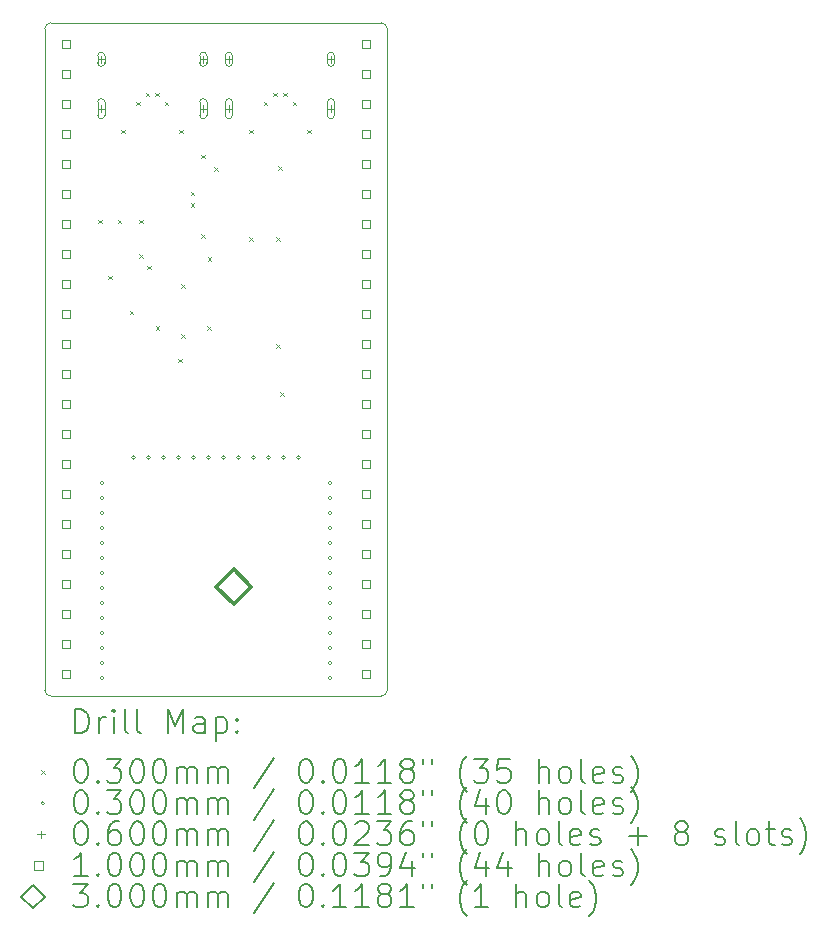
<source format=gbr>
%TF.GenerationSoftware,KiCad,Pcbnew,8.0.8*%
%TF.CreationDate,2025-02-02T16:18:38-05:00*%
%TF.ProjectId,BCD-S3-DevKitC-1-N16R8V,4243442d-5333-42d4-9465-764b6974432d,1.0*%
%TF.SameCoordinates,Original*%
%TF.FileFunction,Drillmap*%
%TF.FilePolarity,Positive*%
%FSLAX45Y45*%
G04 Gerber Fmt 4.5, Leading zero omitted, Abs format (unit mm)*
G04 Created by KiCad (PCBNEW 8.0.8) date 2025-02-02 16:18:38*
%MOMM*%
%LPD*%
G01*
G04 APERTURE LIST*
%ADD10C,0.050000*%
%ADD11C,0.200000*%
%ADD12C,0.100000*%
%ADD13C,0.300000*%
G04 APERTURE END LIST*
D10*
X13090000Y-5870800D02*
X13090000Y-11469200D01*
X15990000Y-11469200D02*
G75*
G02*
X15939200Y-11520000I-50800J0D01*
G01*
X15939200Y-5820000D02*
X13140800Y-5820000D01*
X15939200Y-11520000D02*
X13140800Y-11520000D01*
X15939200Y-5820000D02*
G75*
G02*
X15990000Y-5870800I0J-50800D01*
G01*
X13090000Y-5870800D02*
G75*
G02*
X13140800Y-5820000I50800J0D01*
G01*
X13140800Y-11520000D02*
G75*
G02*
X13090000Y-11469200I0J50800D01*
G01*
X15990000Y-11469200D02*
X15990000Y-5870800D01*
D11*
D12*
X13544560Y-7488995D02*
X13574560Y-7518995D01*
X13574560Y-7488995D02*
X13544560Y-7518995D01*
X13625840Y-7959845D02*
X13655840Y-7989845D01*
X13655840Y-7959845D02*
X13625840Y-7989845D01*
X13707120Y-7488995D02*
X13737120Y-7518995D01*
X13737120Y-7488995D02*
X13707120Y-7518995D01*
X13739333Y-6725640D02*
X13769333Y-6755640D01*
X13769333Y-6725640D02*
X13739333Y-6755640D01*
X13808560Y-8259545D02*
X13838560Y-8289545D01*
X13838560Y-8259545D02*
X13808560Y-8289545D01*
X13861805Y-6489540D02*
X13891805Y-6519540D01*
X13891805Y-6489540D02*
X13861805Y-6519540D01*
X13888083Y-7489035D02*
X13918083Y-7519035D01*
X13918083Y-7489035D02*
X13888083Y-7519035D01*
X13888083Y-7781535D02*
X13918083Y-7811535D01*
X13918083Y-7781535D02*
X13888083Y-7811535D01*
X13943490Y-6412620D02*
X13973490Y-6442620D01*
X13973490Y-6412620D02*
X13943490Y-6442620D01*
X13959333Y-7876635D02*
X13989333Y-7906635D01*
X13989333Y-7876635D02*
X13959333Y-7906635D01*
X14025176Y-6412620D02*
X14055176Y-6442620D01*
X14055176Y-6412620D02*
X14025176Y-6442620D01*
X14027235Y-8390195D02*
X14057235Y-8420195D01*
X14057235Y-8390195D02*
X14027235Y-8420195D01*
X14106862Y-6489540D02*
X14136862Y-6519540D01*
X14136862Y-6489540D02*
X14106862Y-6519540D01*
X14218355Y-8666045D02*
X14248355Y-8696045D01*
X14248355Y-8666045D02*
X14218355Y-8696045D01*
X14229333Y-6725640D02*
X14259333Y-6755640D01*
X14259333Y-6725640D02*
X14229333Y-6755640D01*
X14245660Y-8454645D02*
X14275660Y-8484645D01*
X14275660Y-8454645D02*
X14245660Y-8484645D01*
X14245910Y-8035445D02*
X14275910Y-8065445D01*
X14275910Y-8035445D02*
X14245910Y-8065445D01*
X14325083Y-7251535D02*
X14355083Y-7281535D01*
X14355083Y-7251535D02*
X14325083Y-7281535D01*
X14325083Y-7347535D02*
X14355083Y-7377535D01*
X14355083Y-7347535D02*
X14325083Y-7377535D01*
X14416333Y-6938290D02*
X14446333Y-6968290D01*
X14446333Y-6938290D02*
X14416333Y-6968290D01*
X14416333Y-7610285D02*
X14446333Y-7640285D01*
X14446333Y-7610285D02*
X14416333Y-7640285D01*
X14464085Y-8390195D02*
X14494085Y-8420195D01*
X14494085Y-8390195D02*
X14464085Y-8420195D01*
X14470772Y-7806285D02*
X14500772Y-7836285D01*
X14500772Y-7806285D02*
X14470772Y-7836285D01*
X14525000Y-7043290D02*
X14555000Y-7073290D01*
X14555000Y-7043290D02*
X14525000Y-7073290D01*
X14819860Y-7637695D02*
X14849860Y-7667695D01*
X14849860Y-7637695D02*
X14819860Y-7667695D01*
X14820667Y-6725640D02*
X14850667Y-6755640D01*
X14850667Y-6725640D02*
X14820667Y-6755640D01*
X14943138Y-6489540D02*
X14973138Y-6519540D01*
X14973138Y-6489540D02*
X14943138Y-6519540D01*
X15024824Y-6412620D02*
X15054824Y-6442620D01*
X15054824Y-6412620D02*
X15024824Y-6442620D01*
X15049860Y-7637695D02*
X15079860Y-7667695D01*
X15079860Y-7637695D02*
X15049860Y-7667695D01*
X15049860Y-8543595D02*
X15079860Y-8573595D01*
X15079860Y-8543595D02*
X15049860Y-8573595D01*
X15065667Y-7036560D02*
X15095667Y-7066560D01*
X15095667Y-7036560D02*
X15065667Y-7066560D01*
X15084000Y-8950000D02*
X15114000Y-8980000D01*
X15114000Y-8950000D02*
X15084000Y-8980000D01*
X15106509Y-6412620D02*
X15136509Y-6442620D01*
X15136509Y-6412620D02*
X15106509Y-6442620D01*
X15188195Y-6489540D02*
X15218195Y-6519540D01*
X15218195Y-6489540D02*
X15188195Y-6519540D01*
X15310667Y-6725640D02*
X15340667Y-6755640D01*
X15340667Y-6725640D02*
X15310667Y-6755640D01*
X13589800Y-9715000D02*
G75*
G02*
X13559800Y-9715000I-15000J0D01*
G01*
X13559800Y-9715000D02*
G75*
G02*
X13589800Y-9715000I15000J0D01*
G01*
X13589800Y-9842000D02*
G75*
G02*
X13559800Y-9842000I-15000J0D01*
G01*
X13559800Y-9842000D02*
G75*
G02*
X13589800Y-9842000I15000J0D01*
G01*
X13589800Y-9969000D02*
G75*
G02*
X13559800Y-9969000I-15000J0D01*
G01*
X13559800Y-9969000D02*
G75*
G02*
X13589800Y-9969000I15000J0D01*
G01*
X13589800Y-10096000D02*
G75*
G02*
X13559800Y-10096000I-15000J0D01*
G01*
X13559800Y-10096000D02*
G75*
G02*
X13589800Y-10096000I15000J0D01*
G01*
X13589800Y-10223000D02*
G75*
G02*
X13559800Y-10223000I-15000J0D01*
G01*
X13559800Y-10223000D02*
G75*
G02*
X13589800Y-10223000I15000J0D01*
G01*
X13589800Y-10350000D02*
G75*
G02*
X13559800Y-10350000I-15000J0D01*
G01*
X13559800Y-10350000D02*
G75*
G02*
X13589800Y-10350000I15000J0D01*
G01*
X13589800Y-10477000D02*
G75*
G02*
X13559800Y-10477000I-15000J0D01*
G01*
X13559800Y-10477000D02*
G75*
G02*
X13589800Y-10477000I15000J0D01*
G01*
X13589800Y-10604000D02*
G75*
G02*
X13559800Y-10604000I-15000J0D01*
G01*
X13559800Y-10604000D02*
G75*
G02*
X13589800Y-10604000I15000J0D01*
G01*
X13589800Y-10731000D02*
G75*
G02*
X13559800Y-10731000I-15000J0D01*
G01*
X13559800Y-10731000D02*
G75*
G02*
X13589800Y-10731000I15000J0D01*
G01*
X13589800Y-10858000D02*
G75*
G02*
X13559800Y-10858000I-15000J0D01*
G01*
X13559800Y-10858000D02*
G75*
G02*
X13589800Y-10858000I15000J0D01*
G01*
X13589800Y-10985000D02*
G75*
G02*
X13559800Y-10985000I-15000J0D01*
G01*
X13559800Y-10985000D02*
G75*
G02*
X13589800Y-10985000I15000J0D01*
G01*
X13589800Y-11112000D02*
G75*
G02*
X13559800Y-11112000I-15000J0D01*
G01*
X13559800Y-11112000D02*
G75*
G02*
X13589800Y-11112000I15000J0D01*
G01*
X13589800Y-11239000D02*
G75*
G02*
X13559800Y-11239000I-15000J0D01*
G01*
X13559800Y-11239000D02*
G75*
G02*
X13589800Y-11239000I15000J0D01*
G01*
X13589800Y-11366000D02*
G75*
G02*
X13559800Y-11366000I-15000J0D01*
G01*
X13559800Y-11366000D02*
G75*
G02*
X13589800Y-11366000I15000J0D01*
G01*
X13856500Y-9499800D02*
G75*
G02*
X13826500Y-9499800I-15000J0D01*
G01*
X13826500Y-9499800D02*
G75*
G02*
X13856500Y-9499800I15000J0D01*
G01*
X13983500Y-9499800D02*
G75*
G02*
X13953500Y-9499800I-15000J0D01*
G01*
X13953500Y-9499800D02*
G75*
G02*
X13983500Y-9499800I15000J0D01*
G01*
X14110500Y-9499800D02*
G75*
G02*
X14080500Y-9499800I-15000J0D01*
G01*
X14080500Y-9499800D02*
G75*
G02*
X14110500Y-9499800I15000J0D01*
G01*
X14237500Y-9499800D02*
G75*
G02*
X14207500Y-9499800I-15000J0D01*
G01*
X14207500Y-9499800D02*
G75*
G02*
X14237500Y-9499800I15000J0D01*
G01*
X14364500Y-9499800D02*
G75*
G02*
X14334500Y-9499800I-15000J0D01*
G01*
X14334500Y-9499800D02*
G75*
G02*
X14364500Y-9499800I15000J0D01*
G01*
X14491500Y-9499800D02*
G75*
G02*
X14461500Y-9499800I-15000J0D01*
G01*
X14461500Y-9499800D02*
G75*
G02*
X14491500Y-9499800I15000J0D01*
G01*
X14618500Y-9499800D02*
G75*
G02*
X14588500Y-9499800I-15000J0D01*
G01*
X14588500Y-9499800D02*
G75*
G02*
X14618500Y-9499800I15000J0D01*
G01*
X14745500Y-9499800D02*
G75*
G02*
X14715500Y-9499800I-15000J0D01*
G01*
X14715500Y-9499800D02*
G75*
G02*
X14745500Y-9499800I15000J0D01*
G01*
X14872500Y-9499800D02*
G75*
G02*
X14842500Y-9499800I-15000J0D01*
G01*
X14842500Y-9499800D02*
G75*
G02*
X14872500Y-9499800I15000J0D01*
G01*
X14999500Y-9499800D02*
G75*
G02*
X14969500Y-9499800I-15000J0D01*
G01*
X14969500Y-9499800D02*
G75*
G02*
X14999500Y-9499800I15000J0D01*
G01*
X15126500Y-9499800D02*
G75*
G02*
X15096500Y-9499800I-15000J0D01*
G01*
X15096500Y-9499800D02*
G75*
G02*
X15126500Y-9499800I15000J0D01*
G01*
X15253500Y-9499800D02*
G75*
G02*
X15223500Y-9499800I-15000J0D01*
G01*
X15223500Y-9499800D02*
G75*
G02*
X15253500Y-9499800I15000J0D01*
G01*
X15520200Y-9715000D02*
G75*
G02*
X15490200Y-9715000I-15000J0D01*
G01*
X15490200Y-9715000D02*
G75*
G02*
X15520200Y-9715000I15000J0D01*
G01*
X15520200Y-9842000D02*
G75*
G02*
X15490200Y-9842000I-15000J0D01*
G01*
X15490200Y-9842000D02*
G75*
G02*
X15520200Y-9842000I15000J0D01*
G01*
X15520200Y-9969000D02*
G75*
G02*
X15490200Y-9969000I-15000J0D01*
G01*
X15490200Y-9969000D02*
G75*
G02*
X15520200Y-9969000I15000J0D01*
G01*
X15520200Y-10096000D02*
G75*
G02*
X15490200Y-10096000I-15000J0D01*
G01*
X15490200Y-10096000D02*
G75*
G02*
X15520200Y-10096000I15000J0D01*
G01*
X15520200Y-10223000D02*
G75*
G02*
X15490200Y-10223000I-15000J0D01*
G01*
X15490200Y-10223000D02*
G75*
G02*
X15520200Y-10223000I15000J0D01*
G01*
X15520200Y-10350000D02*
G75*
G02*
X15490200Y-10350000I-15000J0D01*
G01*
X15490200Y-10350000D02*
G75*
G02*
X15520200Y-10350000I15000J0D01*
G01*
X15520200Y-10477000D02*
G75*
G02*
X15490200Y-10477000I-15000J0D01*
G01*
X15490200Y-10477000D02*
G75*
G02*
X15520200Y-10477000I15000J0D01*
G01*
X15520200Y-10604000D02*
G75*
G02*
X15490200Y-10604000I-15000J0D01*
G01*
X15490200Y-10604000D02*
G75*
G02*
X15520200Y-10604000I15000J0D01*
G01*
X15520200Y-10731000D02*
G75*
G02*
X15490200Y-10731000I-15000J0D01*
G01*
X15490200Y-10731000D02*
G75*
G02*
X15520200Y-10731000I15000J0D01*
G01*
X15520200Y-10858000D02*
G75*
G02*
X15490200Y-10858000I-15000J0D01*
G01*
X15490200Y-10858000D02*
G75*
G02*
X15520200Y-10858000I15000J0D01*
G01*
X15520200Y-10985000D02*
G75*
G02*
X15490200Y-10985000I-15000J0D01*
G01*
X15490200Y-10985000D02*
G75*
G02*
X15520200Y-10985000I15000J0D01*
G01*
X15520200Y-11112000D02*
G75*
G02*
X15490200Y-11112000I-15000J0D01*
G01*
X15490200Y-11112000D02*
G75*
G02*
X15520200Y-11112000I15000J0D01*
G01*
X15520200Y-11239000D02*
G75*
G02*
X15490200Y-11239000I-15000J0D01*
G01*
X15490200Y-11239000D02*
G75*
G02*
X15520200Y-11239000I15000J0D01*
G01*
X15520200Y-11366000D02*
G75*
G02*
X15490200Y-11366000I-15000J0D01*
G01*
X15490200Y-11366000D02*
G75*
G02*
X15520200Y-11366000I15000J0D01*
G01*
X13567333Y-6098680D02*
X13567333Y-6158680D01*
X13537333Y-6128680D02*
X13597333Y-6128680D01*
X13597333Y-6158680D02*
X13597333Y-6098680D01*
X13537333Y-6098680D02*
G75*
G02*
X13597333Y-6098680I30000J0D01*
G01*
X13537333Y-6098680D02*
X13537333Y-6158680D01*
X13537333Y-6158680D02*
G75*
G03*
X13597333Y-6158680I30000J0D01*
G01*
X13567333Y-6516680D02*
X13567333Y-6576680D01*
X13537333Y-6546680D02*
X13597333Y-6546680D01*
X13597333Y-6601680D02*
X13597333Y-6491680D01*
X13537333Y-6491680D02*
G75*
G02*
X13597333Y-6491680I30000J0D01*
G01*
X13537333Y-6491680D02*
X13537333Y-6601680D01*
X13537333Y-6601680D02*
G75*
G03*
X13597333Y-6601680I30000J0D01*
G01*
X14431333Y-6098680D02*
X14431333Y-6158680D01*
X14401333Y-6128680D02*
X14461333Y-6128680D01*
X14461333Y-6158680D02*
X14461333Y-6098680D01*
X14401333Y-6098680D02*
G75*
G02*
X14461333Y-6098680I30000J0D01*
G01*
X14401333Y-6098680D02*
X14401333Y-6158680D01*
X14401333Y-6158680D02*
G75*
G03*
X14461333Y-6158680I30000J0D01*
G01*
X14431333Y-6516680D02*
X14431333Y-6576680D01*
X14401333Y-6546680D02*
X14461333Y-6546680D01*
X14461333Y-6601680D02*
X14461333Y-6491680D01*
X14401333Y-6491680D02*
G75*
G02*
X14461333Y-6491680I30000J0D01*
G01*
X14401333Y-6491680D02*
X14401333Y-6601680D01*
X14401333Y-6601680D02*
G75*
G03*
X14461333Y-6601680I30000J0D01*
G01*
X14648667Y-6098680D02*
X14648667Y-6158680D01*
X14618667Y-6128680D02*
X14678667Y-6128680D01*
X14678667Y-6158680D02*
X14678667Y-6098680D01*
X14618667Y-6098680D02*
G75*
G02*
X14678667Y-6098680I30000J0D01*
G01*
X14618667Y-6098680D02*
X14618667Y-6158680D01*
X14618667Y-6158680D02*
G75*
G03*
X14678667Y-6158680I30000J0D01*
G01*
X14648667Y-6516680D02*
X14648667Y-6576680D01*
X14618667Y-6546680D02*
X14678667Y-6546680D01*
X14678667Y-6601680D02*
X14678667Y-6491680D01*
X14618667Y-6491680D02*
G75*
G02*
X14678667Y-6491680I30000J0D01*
G01*
X14618667Y-6491680D02*
X14618667Y-6601680D01*
X14618667Y-6601680D02*
G75*
G03*
X14678667Y-6601680I30000J0D01*
G01*
X15512667Y-6098680D02*
X15512667Y-6158680D01*
X15482667Y-6128680D02*
X15542667Y-6128680D01*
X15542667Y-6158680D02*
X15542667Y-6098680D01*
X15482667Y-6098680D02*
G75*
G02*
X15542667Y-6098680I30000J0D01*
G01*
X15482667Y-6098680D02*
X15482667Y-6158680D01*
X15482667Y-6158680D02*
G75*
G03*
X15542667Y-6158680I30000J0D01*
G01*
X15512667Y-6516680D02*
X15512667Y-6576680D01*
X15482667Y-6546680D02*
X15542667Y-6546680D01*
X15542667Y-6601680D02*
X15542667Y-6491680D01*
X15482667Y-6491680D02*
G75*
G02*
X15542667Y-6491680I30000J0D01*
G01*
X15482667Y-6491680D02*
X15482667Y-6601680D01*
X15482667Y-6601680D02*
G75*
G03*
X15542667Y-6601680I30000J0D01*
G01*
X13305356Y-6035356D02*
X13305356Y-5964644D01*
X13234644Y-5964644D01*
X13234644Y-6035356D01*
X13305356Y-6035356D01*
X13305356Y-6289356D02*
X13305356Y-6218644D01*
X13234644Y-6218644D01*
X13234644Y-6289356D01*
X13305356Y-6289356D01*
X13305356Y-6543356D02*
X13305356Y-6472644D01*
X13234644Y-6472644D01*
X13234644Y-6543356D01*
X13305356Y-6543356D01*
X13305356Y-6797356D02*
X13305356Y-6726644D01*
X13234644Y-6726644D01*
X13234644Y-6797356D01*
X13305356Y-6797356D01*
X13305356Y-7051356D02*
X13305356Y-6980644D01*
X13234644Y-6980644D01*
X13234644Y-7051356D01*
X13305356Y-7051356D01*
X13305356Y-7305356D02*
X13305356Y-7234644D01*
X13234644Y-7234644D01*
X13234644Y-7305356D01*
X13305356Y-7305356D01*
X13305356Y-7559356D02*
X13305356Y-7488644D01*
X13234644Y-7488644D01*
X13234644Y-7559356D01*
X13305356Y-7559356D01*
X13305356Y-7813356D02*
X13305356Y-7742644D01*
X13234644Y-7742644D01*
X13234644Y-7813356D01*
X13305356Y-7813356D01*
X13305356Y-8067356D02*
X13305356Y-7996644D01*
X13234644Y-7996644D01*
X13234644Y-8067356D01*
X13305356Y-8067356D01*
X13305356Y-8321356D02*
X13305356Y-8250644D01*
X13234644Y-8250644D01*
X13234644Y-8321356D01*
X13305356Y-8321356D01*
X13305356Y-8575356D02*
X13305356Y-8504644D01*
X13234644Y-8504644D01*
X13234644Y-8575356D01*
X13305356Y-8575356D01*
X13305356Y-8829356D02*
X13305356Y-8758644D01*
X13234644Y-8758644D01*
X13234644Y-8829356D01*
X13305356Y-8829356D01*
X13305356Y-9083356D02*
X13305356Y-9012644D01*
X13234644Y-9012644D01*
X13234644Y-9083356D01*
X13305356Y-9083356D01*
X13305356Y-9337356D02*
X13305356Y-9266644D01*
X13234644Y-9266644D01*
X13234644Y-9337356D01*
X13305356Y-9337356D01*
X13305356Y-9591356D02*
X13305356Y-9520644D01*
X13234644Y-9520644D01*
X13234644Y-9591356D01*
X13305356Y-9591356D01*
X13305356Y-9845356D02*
X13305356Y-9774644D01*
X13234644Y-9774644D01*
X13234644Y-9845356D01*
X13305356Y-9845356D01*
X13305356Y-10099356D02*
X13305356Y-10028644D01*
X13234644Y-10028644D01*
X13234644Y-10099356D01*
X13305356Y-10099356D01*
X13305356Y-10353356D02*
X13305356Y-10282644D01*
X13234644Y-10282644D01*
X13234644Y-10353356D01*
X13305356Y-10353356D01*
X13305356Y-10607356D02*
X13305356Y-10536644D01*
X13234644Y-10536644D01*
X13234644Y-10607356D01*
X13305356Y-10607356D01*
X13305356Y-10861356D02*
X13305356Y-10790644D01*
X13234644Y-10790644D01*
X13234644Y-10861356D01*
X13305356Y-10861356D01*
X13305356Y-11115356D02*
X13305356Y-11044644D01*
X13234644Y-11044644D01*
X13234644Y-11115356D01*
X13305356Y-11115356D01*
X13305356Y-11369356D02*
X13305356Y-11298644D01*
X13234644Y-11298644D01*
X13234644Y-11369356D01*
X13305356Y-11369356D01*
X15845356Y-6035356D02*
X15845356Y-5964644D01*
X15774644Y-5964644D01*
X15774644Y-6035356D01*
X15845356Y-6035356D01*
X15845356Y-6289356D02*
X15845356Y-6218644D01*
X15774644Y-6218644D01*
X15774644Y-6289356D01*
X15845356Y-6289356D01*
X15845356Y-6543356D02*
X15845356Y-6472644D01*
X15774644Y-6472644D01*
X15774644Y-6543356D01*
X15845356Y-6543356D01*
X15845356Y-6797356D02*
X15845356Y-6726644D01*
X15774644Y-6726644D01*
X15774644Y-6797356D01*
X15845356Y-6797356D01*
X15845356Y-7051356D02*
X15845356Y-6980644D01*
X15774644Y-6980644D01*
X15774644Y-7051356D01*
X15845356Y-7051356D01*
X15845356Y-7305356D02*
X15845356Y-7234644D01*
X15774644Y-7234644D01*
X15774644Y-7305356D01*
X15845356Y-7305356D01*
X15845356Y-7559356D02*
X15845356Y-7488644D01*
X15774644Y-7488644D01*
X15774644Y-7559356D01*
X15845356Y-7559356D01*
X15845356Y-7813356D02*
X15845356Y-7742644D01*
X15774644Y-7742644D01*
X15774644Y-7813356D01*
X15845356Y-7813356D01*
X15845356Y-8067356D02*
X15845356Y-7996644D01*
X15774644Y-7996644D01*
X15774644Y-8067356D01*
X15845356Y-8067356D01*
X15845356Y-8321356D02*
X15845356Y-8250644D01*
X15774644Y-8250644D01*
X15774644Y-8321356D01*
X15845356Y-8321356D01*
X15845356Y-8575356D02*
X15845356Y-8504644D01*
X15774644Y-8504644D01*
X15774644Y-8575356D01*
X15845356Y-8575356D01*
X15845356Y-8829356D02*
X15845356Y-8758644D01*
X15774644Y-8758644D01*
X15774644Y-8829356D01*
X15845356Y-8829356D01*
X15845356Y-9083356D02*
X15845356Y-9012644D01*
X15774644Y-9012644D01*
X15774644Y-9083356D01*
X15845356Y-9083356D01*
X15845356Y-9337356D02*
X15845356Y-9266644D01*
X15774644Y-9266644D01*
X15774644Y-9337356D01*
X15845356Y-9337356D01*
X15845356Y-9591356D02*
X15845356Y-9520644D01*
X15774644Y-9520644D01*
X15774644Y-9591356D01*
X15845356Y-9591356D01*
X15845356Y-9845356D02*
X15845356Y-9774644D01*
X15774644Y-9774644D01*
X15774644Y-9845356D01*
X15845356Y-9845356D01*
X15845356Y-10099356D02*
X15845356Y-10028644D01*
X15774644Y-10028644D01*
X15774644Y-10099356D01*
X15845356Y-10099356D01*
X15845356Y-10353356D02*
X15845356Y-10282644D01*
X15774644Y-10282644D01*
X15774644Y-10353356D01*
X15845356Y-10353356D01*
X15845356Y-10607356D02*
X15845356Y-10536644D01*
X15774644Y-10536644D01*
X15774644Y-10607356D01*
X15845356Y-10607356D01*
X15845356Y-10861356D02*
X15845356Y-10790644D01*
X15774644Y-10790644D01*
X15774644Y-10861356D01*
X15845356Y-10861356D01*
X15845356Y-11115356D02*
X15845356Y-11044644D01*
X15774644Y-11044644D01*
X15774644Y-11115356D01*
X15845356Y-11115356D01*
X15845356Y-11369356D02*
X15845356Y-11298644D01*
X15774644Y-11298644D01*
X15774644Y-11369356D01*
X15845356Y-11369356D01*
D13*
X14690000Y-10744000D02*
X14840000Y-10594000D01*
X14690000Y-10444000D01*
X14540000Y-10594000D01*
X14690000Y-10744000D01*
D11*
X13348277Y-11833984D02*
X13348277Y-11633984D01*
X13348277Y-11633984D02*
X13395896Y-11633984D01*
X13395896Y-11633984D02*
X13424467Y-11643508D01*
X13424467Y-11643508D02*
X13443515Y-11662555D01*
X13443515Y-11662555D02*
X13453039Y-11681603D01*
X13453039Y-11681603D02*
X13462562Y-11719698D01*
X13462562Y-11719698D02*
X13462562Y-11748269D01*
X13462562Y-11748269D02*
X13453039Y-11786365D01*
X13453039Y-11786365D02*
X13443515Y-11805412D01*
X13443515Y-11805412D02*
X13424467Y-11824460D01*
X13424467Y-11824460D02*
X13395896Y-11833984D01*
X13395896Y-11833984D02*
X13348277Y-11833984D01*
X13548277Y-11833984D02*
X13548277Y-11700650D01*
X13548277Y-11738746D02*
X13557801Y-11719698D01*
X13557801Y-11719698D02*
X13567324Y-11710174D01*
X13567324Y-11710174D02*
X13586372Y-11700650D01*
X13586372Y-11700650D02*
X13605420Y-11700650D01*
X13672086Y-11833984D02*
X13672086Y-11700650D01*
X13672086Y-11633984D02*
X13662562Y-11643508D01*
X13662562Y-11643508D02*
X13672086Y-11653031D01*
X13672086Y-11653031D02*
X13681610Y-11643508D01*
X13681610Y-11643508D02*
X13672086Y-11633984D01*
X13672086Y-11633984D02*
X13672086Y-11653031D01*
X13795896Y-11833984D02*
X13776848Y-11824460D01*
X13776848Y-11824460D02*
X13767324Y-11805412D01*
X13767324Y-11805412D02*
X13767324Y-11633984D01*
X13900658Y-11833984D02*
X13881610Y-11824460D01*
X13881610Y-11824460D02*
X13872086Y-11805412D01*
X13872086Y-11805412D02*
X13872086Y-11633984D01*
X14129229Y-11833984D02*
X14129229Y-11633984D01*
X14129229Y-11633984D02*
X14195896Y-11776841D01*
X14195896Y-11776841D02*
X14262562Y-11633984D01*
X14262562Y-11633984D02*
X14262562Y-11833984D01*
X14443515Y-11833984D02*
X14443515Y-11729222D01*
X14443515Y-11729222D02*
X14433991Y-11710174D01*
X14433991Y-11710174D02*
X14414943Y-11700650D01*
X14414943Y-11700650D02*
X14376848Y-11700650D01*
X14376848Y-11700650D02*
X14357801Y-11710174D01*
X14443515Y-11824460D02*
X14424467Y-11833984D01*
X14424467Y-11833984D02*
X14376848Y-11833984D01*
X14376848Y-11833984D02*
X14357801Y-11824460D01*
X14357801Y-11824460D02*
X14348277Y-11805412D01*
X14348277Y-11805412D02*
X14348277Y-11786365D01*
X14348277Y-11786365D02*
X14357801Y-11767317D01*
X14357801Y-11767317D02*
X14376848Y-11757793D01*
X14376848Y-11757793D02*
X14424467Y-11757793D01*
X14424467Y-11757793D02*
X14443515Y-11748269D01*
X14538753Y-11700650D02*
X14538753Y-11900650D01*
X14538753Y-11710174D02*
X14557801Y-11700650D01*
X14557801Y-11700650D02*
X14595896Y-11700650D01*
X14595896Y-11700650D02*
X14614943Y-11710174D01*
X14614943Y-11710174D02*
X14624467Y-11719698D01*
X14624467Y-11719698D02*
X14633991Y-11738746D01*
X14633991Y-11738746D02*
X14633991Y-11795888D01*
X14633991Y-11795888D02*
X14624467Y-11814936D01*
X14624467Y-11814936D02*
X14614943Y-11824460D01*
X14614943Y-11824460D02*
X14595896Y-11833984D01*
X14595896Y-11833984D02*
X14557801Y-11833984D01*
X14557801Y-11833984D02*
X14538753Y-11824460D01*
X14719705Y-11814936D02*
X14729229Y-11824460D01*
X14729229Y-11824460D02*
X14719705Y-11833984D01*
X14719705Y-11833984D02*
X14710182Y-11824460D01*
X14710182Y-11824460D02*
X14719705Y-11814936D01*
X14719705Y-11814936D02*
X14719705Y-11833984D01*
X14719705Y-11710174D02*
X14729229Y-11719698D01*
X14729229Y-11719698D02*
X14719705Y-11729222D01*
X14719705Y-11729222D02*
X14710182Y-11719698D01*
X14710182Y-11719698D02*
X14719705Y-11710174D01*
X14719705Y-11710174D02*
X14719705Y-11729222D01*
D12*
X13057500Y-12147500D02*
X13087500Y-12177500D01*
X13087500Y-12147500D02*
X13057500Y-12177500D01*
D11*
X13386372Y-12053984D02*
X13405420Y-12053984D01*
X13405420Y-12053984D02*
X13424467Y-12063508D01*
X13424467Y-12063508D02*
X13433991Y-12073031D01*
X13433991Y-12073031D02*
X13443515Y-12092079D01*
X13443515Y-12092079D02*
X13453039Y-12130174D01*
X13453039Y-12130174D02*
X13453039Y-12177793D01*
X13453039Y-12177793D02*
X13443515Y-12215888D01*
X13443515Y-12215888D02*
X13433991Y-12234936D01*
X13433991Y-12234936D02*
X13424467Y-12244460D01*
X13424467Y-12244460D02*
X13405420Y-12253984D01*
X13405420Y-12253984D02*
X13386372Y-12253984D01*
X13386372Y-12253984D02*
X13367324Y-12244460D01*
X13367324Y-12244460D02*
X13357801Y-12234936D01*
X13357801Y-12234936D02*
X13348277Y-12215888D01*
X13348277Y-12215888D02*
X13338753Y-12177793D01*
X13338753Y-12177793D02*
X13338753Y-12130174D01*
X13338753Y-12130174D02*
X13348277Y-12092079D01*
X13348277Y-12092079D02*
X13357801Y-12073031D01*
X13357801Y-12073031D02*
X13367324Y-12063508D01*
X13367324Y-12063508D02*
X13386372Y-12053984D01*
X13538753Y-12234936D02*
X13548277Y-12244460D01*
X13548277Y-12244460D02*
X13538753Y-12253984D01*
X13538753Y-12253984D02*
X13529229Y-12244460D01*
X13529229Y-12244460D02*
X13538753Y-12234936D01*
X13538753Y-12234936D02*
X13538753Y-12253984D01*
X13614943Y-12053984D02*
X13738753Y-12053984D01*
X13738753Y-12053984D02*
X13672086Y-12130174D01*
X13672086Y-12130174D02*
X13700658Y-12130174D01*
X13700658Y-12130174D02*
X13719705Y-12139698D01*
X13719705Y-12139698D02*
X13729229Y-12149222D01*
X13729229Y-12149222D02*
X13738753Y-12168269D01*
X13738753Y-12168269D02*
X13738753Y-12215888D01*
X13738753Y-12215888D02*
X13729229Y-12234936D01*
X13729229Y-12234936D02*
X13719705Y-12244460D01*
X13719705Y-12244460D02*
X13700658Y-12253984D01*
X13700658Y-12253984D02*
X13643515Y-12253984D01*
X13643515Y-12253984D02*
X13624467Y-12244460D01*
X13624467Y-12244460D02*
X13614943Y-12234936D01*
X13862562Y-12053984D02*
X13881610Y-12053984D01*
X13881610Y-12053984D02*
X13900658Y-12063508D01*
X13900658Y-12063508D02*
X13910182Y-12073031D01*
X13910182Y-12073031D02*
X13919705Y-12092079D01*
X13919705Y-12092079D02*
X13929229Y-12130174D01*
X13929229Y-12130174D02*
X13929229Y-12177793D01*
X13929229Y-12177793D02*
X13919705Y-12215888D01*
X13919705Y-12215888D02*
X13910182Y-12234936D01*
X13910182Y-12234936D02*
X13900658Y-12244460D01*
X13900658Y-12244460D02*
X13881610Y-12253984D01*
X13881610Y-12253984D02*
X13862562Y-12253984D01*
X13862562Y-12253984D02*
X13843515Y-12244460D01*
X13843515Y-12244460D02*
X13833991Y-12234936D01*
X13833991Y-12234936D02*
X13824467Y-12215888D01*
X13824467Y-12215888D02*
X13814943Y-12177793D01*
X13814943Y-12177793D02*
X13814943Y-12130174D01*
X13814943Y-12130174D02*
X13824467Y-12092079D01*
X13824467Y-12092079D02*
X13833991Y-12073031D01*
X13833991Y-12073031D02*
X13843515Y-12063508D01*
X13843515Y-12063508D02*
X13862562Y-12053984D01*
X14053039Y-12053984D02*
X14072086Y-12053984D01*
X14072086Y-12053984D02*
X14091134Y-12063508D01*
X14091134Y-12063508D02*
X14100658Y-12073031D01*
X14100658Y-12073031D02*
X14110182Y-12092079D01*
X14110182Y-12092079D02*
X14119705Y-12130174D01*
X14119705Y-12130174D02*
X14119705Y-12177793D01*
X14119705Y-12177793D02*
X14110182Y-12215888D01*
X14110182Y-12215888D02*
X14100658Y-12234936D01*
X14100658Y-12234936D02*
X14091134Y-12244460D01*
X14091134Y-12244460D02*
X14072086Y-12253984D01*
X14072086Y-12253984D02*
X14053039Y-12253984D01*
X14053039Y-12253984D02*
X14033991Y-12244460D01*
X14033991Y-12244460D02*
X14024467Y-12234936D01*
X14024467Y-12234936D02*
X14014943Y-12215888D01*
X14014943Y-12215888D02*
X14005420Y-12177793D01*
X14005420Y-12177793D02*
X14005420Y-12130174D01*
X14005420Y-12130174D02*
X14014943Y-12092079D01*
X14014943Y-12092079D02*
X14024467Y-12073031D01*
X14024467Y-12073031D02*
X14033991Y-12063508D01*
X14033991Y-12063508D02*
X14053039Y-12053984D01*
X14205420Y-12253984D02*
X14205420Y-12120650D01*
X14205420Y-12139698D02*
X14214943Y-12130174D01*
X14214943Y-12130174D02*
X14233991Y-12120650D01*
X14233991Y-12120650D02*
X14262563Y-12120650D01*
X14262563Y-12120650D02*
X14281610Y-12130174D01*
X14281610Y-12130174D02*
X14291134Y-12149222D01*
X14291134Y-12149222D02*
X14291134Y-12253984D01*
X14291134Y-12149222D02*
X14300658Y-12130174D01*
X14300658Y-12130174D02*
X14319705Y-12120650D01*
X14319705Y-12120650D02*
X14348277Y-12120650D01*
X14348277Y-12120650D02*
X14367324Y-12130174D01*
X14367324Y-12130174D02*
X14376848Y-12149222D01*
X14376848Y-12149222D02*
X14376848Y-12253984D01*
X14472086Y-12253984D02*
X14472086Y-12120650D01*
X14472086Y-12139698D02*
X14481610Y-12130174D01*
X14481610Y-12130174D02*
X14500658Y-12120650D01*
X14500658Y-12120650D02*
X14529229Y-12120650D01*
X14529229Y-12120650D02*
X14548277Y-12130174D01*
X14548277Y-12130174D02*
X14557801Y-12149222D01*
X14557801Y-12149222D02*
X14557801Y-12253984D01*
X14557801Y-12149222D02*
X14567324Y-12130174D01*
X14567324Y-12130174D02*
X14586372Y-12120650D01*
X14586372Y-12120650D02*
X14614943Y-12120650D01*
X14614943Y-12120650D02*
X14633991Y-12130174D01*
X14633991Y-12130174D02*
X14643515Y-12149222D01*
X14643515Y-12149222D02*
X14643515Y-12253984D01*
X15033991Y-12044460D02*
X14862563Y-12301603D01*
X15291134Y-12053984D02*
X15310182Y-12053984D01*
X15310182Y-12053984D02*
X15329229Y-12063508D01*
X15329229Y-12063508D02*
X15338753Y-12073031D01*
X15338753Y-12073031D02*
X15348277Y-12092079D01*
X15348277Y-12092079D02*
X15357801Y-12130174D01*
X15357801Y-12130174D02*
X15357801Y-12177793D01*
X15357801Y-12177793D02*
X15348277Y-12215888D01*
X15348277Y-12215888D02*
X15338753Y-12234936D01*
X15338753Y-12234936D02*
X15329229Y-12244460D01*
X15329229Y-12244460D02*
X15310182Y-12253984D01*
X15310182Y-12253984D02*
X15291134Y-12253984D01*
X15291134Y-12253984D02*
X15272086Y-12244460D01*
X15272086Y-12244460D02*
X15262563Y-12234936D01*
X15262563Y-12234936D02*
X15253039Y-12215888D01*
X15253039Y-12215888D02*
X15243515Y-12177793D01*
X15243515Y-12177793D02*
X15243515Y-12130174D01*
X15243515Y-12130174D02*
X15253039Y-12092079D01*
X15253039Y-12092079D02*
X15262563Y-12073031D01*
X15262563Y-12073031D02*
X15272086Y-12063508D01*
X15272086Y-12063508D02*
X15291134Y-12053984D01*
X15443515Y-12234936D02*
X15453039Y-12244460D01*
X15453039Y-12244460D02*
X15443515Y-12253984D01*
X15443515Y-12253984D02*
X15433991Y-12244460D01*
X15433991Y-12244460D02*
X15443515Y-12234936D01*
X15443515Y-12234936D02*
X15443515Y-12253984D01*
X15576848Y-12053984D02*
X15595896Y-12053984D01*
X15595896Y-12053984D02*
X15614944Y-12063508D01*
X15614944Y-12063508D02*
X15624467Y-12073031D01*
X15624467Y-12073031D02*
X15633991Y-12092079D01*
X15633991Y-12092079D02*
X15643515Y-12130174D01*
X15643515Y-12130174D02*
X15643515Y-12177793D01*
X15643515Y-12177793D02*
X15633991Y-12215888D01*
X15633991Y-12215888D02*
X15624467Y-12234936D01*
X15624467Y-12234936D02*
X15614944Y-12244460D01*
X15614944Y-12244460D02*
X15595896Y-12253984D01*
X15595896Y-12253984D02*
X15576848Y-12253984D01*
X15576848Y-12253984D02*
X15557801Y-12244460D01*
X15557801Y-12244460D02*
X15548277Y-12234936D01*
X15548277Y-12234936D02*
X15538753Y-12215888D01*
X15538753Y-12215888D02*
X15529229Y-12177793D01*
X15529229Y-12177793D02*
X15529229Y-12130174D01*
X15529229Y-12130174D02*
X15538753Y-12092079D01*
X15538753Y-12092079D02*
X15548277Y-12073031D01*
X15548277Y-12073031D02*
X15557801Y-12063508D01*
X15557801Y-12063508D02*
X15576848Y-12053984D01*
X15833991Y-12253984D02*
X15719706Y-12253984D01*
X15776848Y-12253984D02*
X15776848Y-12053984D01*
X15776848Y-12053984D02*
X15757801Y-12082555D01*
X15757801Y-12082555D02*
X15738753Y-12101603D01*
X15738753Y-12101603D02*
X15719706Y-12111127D01*
X16024467Y-12253984D02*
X15910182Y-12253984D01*
X15967325Y-12253984D02*
X15967325Y-12053984D01*
X15967325Y-12053984D02*
X15948277Y-12082555D01*
X15948277Y-12082555D02*
X15929229Y-12101603D01*
X15929229Y-12101603D02*
X15910182Y-12111127D01*
X16138753Y-12139698D02*
X16119706Y-12130174D01*
X16119706Y-12130174D02*
X16110182Y-12120650D01*
X16110182Y-12120650D02*
X16100658Y-12101603D01*
X16100658Y-12101603D02*
X16100658Y-12092079D01*
X16100658Y-12092079D02*
X16110182Y-12073031D01*
X16110182Y-12073031D02*
X16119706Y-12063508D01*
X16119706Y-12063508D02*
X16138753Y-12053984D01*
X16138753Y-12053984D02*
X16176848Y-12053984D01*
X16176848Y-12053984D02*
X16195896Y-12063508D01*
X16195896Y-12063508D02*
X16205420Y-12073031D01*
X16205420Y-12073031D02*
X16214944Y-12092079D01*
X16214944Y-12092079D02*
X16214944Y-12101603D01*
X16214944Y-12101603D02*
X16205420Y-12120650D01*
X16205420Y-12120650D02*
X16195896Y-12130174D01*
X16195896Y-12130174D02*
X16176848Y-12139698D01*
X16176848Y-12139698D02*
X16138753Y-12139698D01*
X16138753Y-12139698D02*
X16119706Y-12149222D01*
X16119706Y-12149222D02*
X16110182Y-12158746D01*
X16110182Y-12158746D02*
X16100658Y-12177793D01*
X16100658Y-12177793D02*
X16100658Y-12215888D01*
X16100658Y-12215888D02*
X16110182Y-12234936D01*
X16110182Y-12234936D02*
X16119706Y-12244460D01*
X16119706Y-12244460D02*
X16138753Y-12253984D01*
X16138753Y-12253984D02*
X16176848Y-12253984D01*
X16176848Y-12253984D02*
X16195896Y-12244460D01*
X16195896Y-12244460D02*
X16205420Y-12234936D01*
X16205420Y-12234936D02*
X16214944Y-12215888D01*
X16214944Y-12215888D02*
X16214944Y-12177793D01*
X16214944Y-12177793D02*
X16205420Y-12158746D01*
X16205420Y-12158746D02*
X16195896Y-12149222D01*
X16195896Y-12149222D02*
X16176848Y-12139698D01*
X16291134Y-12053984D02*
X16291134Y-12092079D01*
X16367325Y-12053984D02*
X16367325Y-12092079D01*
X16662563Y-12330174D02*
X16653039Y-12320650D01*
X16653039Y-12320650D02*
X16633991Y-12292079D01*
X16633991Y-12292079D02*
X16624468Y-12273031D01*
X16624468Y-12273031D02*
X16614944Y-12244460D01*
X16614944Y-12244460D02*
X16605420Y-12196841D01*
X16605420Y-12196841D02*
X16605420Y-12158746D01*
X16605420Y-12158746D02*
X16614944Y-12111127D01*
X16614944Y-12111127D02*
X16624468Y-12082555D01*
X16624468Y-12082555D02*
X16633991Y-12063508D01*
X16633991Y-12063508D02*
X16653039Y-12034936D01*
X16653039Y-12034936D02*
X16662563Y-12025412D01*
X16719706Y-12053984D02*
X16843515Y-12053984D01*
X16843515Y-12053984D02*
X16776848Y-12130174D01*
X16776848Y-12130174D02*
X16805420Y-12130174D01*
X16805420Y-12130174D02*
X16824468Y-12139698D01*
X16824468Y-12139698D02*
X16833991Y-12149222D01*
X16833991Y-12149222D02*
X16843515Y-12168269D01*
X16843515Y-12168269D02*
X16843515Y-12215888D01*
X16843515Y-12215888D02*
X16833991Y-12234936D01*
X16833991Y-12234936D02*
X16824468Y-12244460D01*
X16824468Y-12244460D02*
X16805420Y-12253984D01*
X16805420Y-12253984D02*
X16748277Y-12253984D01*
X16748277Y-12253984D02*
X16729229Y-12244460D01*
X16729229Y-12244460D02*
X16719706Y-12234936D01*
X17024468Y-12053984D02*
X16929230Y-12053984D01*
X16929230Y-12053984D02*
X16919706Y-12149222D01*
X16919706Y-12149222D02*
X16929230Y-12139698D01*
X16929230Y-12139698D02*
X16948277Y-12130174D01*
X16948277Y-12130174D02*
X16995896Y-12130174D01*
X16995896Y-12130174D02*
X17014944Y-12139698D01*
X17014944Y-12139698D02*
X17024468Y-12149222D01*
X17024468Y-12149222D02*
X17033991Y-12168269D01*
X17033991Y-12168269D02*
X17033991Y-12215888D01*
X17033991Y-12215888D02*
X17024468Y-12234936D01*
X17024468Y-12234936D02*
X17014944Y-12244460D01*
X17014944Y-12244460D02*
X16995896Y-12253984D01*
X16995896Y-12253984D02*
X16948277Y-12253984D01*
X16948277Y-12253984D02*
X16929230Y-12244460D01*
X16929230Y-12244460D02*
X16919706Y-12234936D01*
X17272087Y-12253984D02*
X17272087Y-12053984D01*
X17357801Y-12253984D02*
X17357801Y-12149222D01*
X17357801Y-12149222D02*
X17348277Y-12130174D01*
X17348277Y-12130174D02*
X17329230Y-12120650D01*
X17329230Y-12120650D02*
X17300658Y-12120650D01*
X17300658Y-12120650D02*
X17281611Y-12130174D01*
X17281611Y-12130174D02*
X17272087Y-12139698D01*
X17481611Y-12253984D02*
X17462563Y-12244460D01*
X17462563Y-12244460D02*
X17453039Y-12234936D01*
X17453039Y-12234936D02*
X17443515Y-12215888D01*
X17443515Y-12215888D02*
X17443515Y-12158746D01*
X17443515Y-12158746D02*
X17453039Y-12139698D01*
X17453039Y-12139698D02*
X17462563Y-12130174D01*
X17462563Y-12130174D02*
X17481611Y-12120650D01*
X17481611Y-12120650D02*
X17510182Y-12120650D01*
X17510182Y-12120650D02*
X17529230Y-12130174D01*
X17529230Y-12130174D02*
X17538753Y-12139698D01*
X17538753Y-12139698D02*
X17548277Y-12158746D01*
X17548277Y-12158746D02*
X17548277Y-12215888D01*
X17548277Y-12215888D02*
X17538753Y-12234936D01*
X17538753Y-12234936D02*
X17529230Y-12244460D01*
X17529230Y-12244460D02*
X17510182Y-12253984D01*
X17510182Y-12253984D02*
X17481611Y-12253984D01*
X17662563Y-12253984D02*
X17643515Y-12244460D01*
X17643515Y-12244460D02*
X17633992Y-12225412D01*
X17633992Y-12225412D02*
X17633992Y-12053984D01*
X17814944Y-12244460D02*
X17795896Y-12253984D01*
X17795896Y-12253984D02*
X17757801Y-12253984D01*
X17757801Y-12253984D02*
X17738753Y-12244460D01*
X17738753Y-12244460D02*
X17729230Y-12225412D01*
X17729230Y-12225412D02*
X17729230Y-12149222D01*
X17729230Y-12149222D02*
X17738753Y-12130174D01*
X17738753Y-12130174D02*
X17757801Y-12120650D01*
X17757801Y-12120650D02*
X17795896Y-12120650D01*
X17795896Y-12120650D02*
X17814944Y-12130174D01*
X17814944Y-12130174D02*
X17824468Y-12149222D01*
X17824468Y-12149222D02*
X17824468Y-12168269D01*
X17824468Y-12168269D02*
X17729230Y-12187317D01*
X17900658Y-12244460D02*
X17919706Y-12253984D01*
X17919706Y-12253984D02*
X17957801Y-12253984D01*
X17957801Y-12253984D02*
X17976849Y-12244460D01*
X17976849Y-12244460D02*
X17986373Y-12225412D01*
X17986373Y-12225412D02*
X17986373Y-12215888D01*
X17986373Y-12215888D02*
X17976849Y-12196841D01*
X17976849Y-12196841D02*
X17957801Y-12187317D01*
X17957801Y-12187317D02*
X17929230Y-12187317D01*
X17929230Y-12187317D02*
X17910182Y-12177793D01*
X17910182Y-12177793D02*
X17900658Y-12158746D01*
X17900658Y-12158746D02*
X17900658Y-12149222D01*
X17900658Y-12149222D02*
X17910182Y-12130174D01*
X17910182Y-12130174D02*
X17929230Y-12120650D01*
X17929230Y-12120650D02*
X17957801Y-12120650D01*
X17957801Y-12120650D02*
X17976849Y-12130174D01*
X18053039Y-12330174D02*
X18062563Y-12320650D01*
X18062563Y-12320650D02*
X18081611Y-12292079D01*
X18081611Y-12292079D02*
X18091134Y-12273031D01*
X18091134Y-12273031D02*
X18100658Y-12244460D01*
X18100658Y-12244460D02*
X18110182Y-12196841D01*
X18110182Y-12196841D02*
X18110182Y-12158746D01*
X18110182Y-12158746D02*
X18100658Y-12111127D01*
X18100658Y-12111127D02*
X18091134Y-12082555D01*
X18091134Y-12082555D02*
X18081611Y-12063508D01*
X18081611Y-12063508D02*
X18062563Y-12034936D01*
X18062563Y-12034936D02*
X18053039Y-12025412D01*
D12*
X13087500Y-12426500D02*
G75*
G02*
X13057500Y-12426500I-15000J0D01*
G01*
X13057500Y-12426500D02*
G75*
G02*
X13087500Y-12426500I15000J0D01*
G01*
D11*
X13386372Y-12317984D02*
X13405420Y-12317984D01*
X13405420Y-12317984D02*
X13424467Y-12327508D01*
X13424467Y-12327508D02*
X13433991Y-12337031D01*
X13433991Y-12337031D02*
X13443515Y-12356079D01*
X13443515Y-12356079D02*
X13453039Y-12394174D01*
X13453039Y-12394174D02*
X13453039Y-12441793D01*
X13453039Y-12441793D02*
X13443515Y-12479888D01*
X13443515Y-12479888D02*
X13433991Y-12498936D01*
X13433991Y-12498936D02*
X13424467Y-12508460D01*
X13424467Y-12508460D02*
X13405420Y-12517984D01*
X13405420Y-12517984D02*
X13386372Y-12517984D01*
X13386372Y-12517984D02*
X13367324Y-12508460D01*
X13367324Y-12508460D02*
X13357801Y-12498936D01*
X13357801Y-12498936D02*
X13348277Y-12479888D01*
X13348277Y-12479888D02*
X13338753Y-12441793D01*
X13338753Y-12441793D02*
X13338753Y-12394174D01*
X13338753Y-12394174D02*
X13348277Y-12356079D01*
X13348277Y-12356079D02*
X13357801Y-12337031D01*
X13357801Y-12337031D02*
X13367324Y-12327508D01*
X13367324Y-12327508D02*
X13386372Y-12317984D01*
X13538753Y-12498936D02*
X13548277Y-12508460D01*
X13548277Y-12508460D02*
X13538753Y-12517984D01*
X13538753Y-12517984D02*
X13529229Y-12508460D01*
X13529229Y-12508460D02*
X13538753Y-12498936D01*
X13538753Y-12498936D02*
X13538753Y-12517984D01*
X13614943Y-12317984D02*
X13738753Y-12317984D01*
X13738753Y-12317984D02*
X13672086Y-12394174D01*
X13672086Y-12394174D02*
X13700658Y-12394174D01*
X13700658Y-12394174D02*
X13719705Y-12403698D01*
X13719705Y-12403698D02*
X13729229Y-12413222D01*
X13729229Y-12413222D02*
X13738753Y-12432269D01*
X13738753Y-12432269D02*
X13738753Y-12479888D01*
X13738753Y-12479888D02*
X13729229Y-12498936D01*
X13729229Y-12498936D02*
X13719705Y-12508460D01*
X13719705Y-12508460D02*
X13700658Y-12517984D01*
X13700658Y-12517984D02*
X13643515Y-12517984D01*
X13643515Y-12517984D02*
X13624467Y-12508460D01*
X13624467Y-12508460D02*
X13614943Y-12498936D01*
X13862562Y-12317984D02*
X13881610Y-12317984D01*
X13881610Y-12317984D02*
X13900658Y-12327508D01*
X13900658Y-12327508D02*
X13910182Y-12337031D01*
X13910182Y-12337031D02*
X13919705Y-12356079D01*
X13919705Y-12356079D02*
X13929229Y-12394174D01*
X13929229Y-12394174D02*
X13929229Y-12441793D01*
X13929229Y-12441793D02*
X13919705Y-12479888D01*
X13919705Y-12479888D02*
X13910182Y-12498936D01*
X13910182Y-12498936D02*
X13900658Y-12508460D01*
X13900658Y-12508460D02*
X13881610Y-12517984D01*
X13881610Y-12517984D02*
X13862562Y-12517984D01*
X13862562Y-12517984D02*
X13843515Y-12508460D01*
X13843515Y-12508460D02*
X13833991Y-12498936D01*
X13833991Y-12498936D02*
X13824467Y-12479888D01*
X13824467Y-12479888D02*
X13814943Y-12441793D01*
X13814943Y-12441793D02*
X13814943Y-12394174D01*
X13814943Y-12394174D02*
X13824467Y-12356079D01*
X13824467Y-12356079D02*
X13833991Y-12337031D01*
X13833991Y-12337031D02*
X13843515Y-12327508D01*
X13843515Y-12327508D02*
X13862562Y-12317984D01*
X14053039Y-12317984D02*
X14072086Y-12317984D01*
X14072086Y-12317984D02*
X14091134Y-12327508D01*
X14091134Y-12327508D02*
X14100658Y-12337031D01*
X14100658Y-12337031D02*
X14110182Y-12356079D01*
X14110182Y-12356079D02*
X14119705Y-12394174D01*
X14119705Y-12394174D02*
X14119705Y-12441793D01*
X14119705Y-12441793D02*
X14110182Y-12479888D01*
X14110182Y-12479888D02*
X14100658Y-12498936D01*
X14100658Y-12498936D02*
X14091134Y-12508460D01*
X14091134Y-12508460D02*
X14072086Y-12517984D01*
X14072086Y-12517984D02*
X14053039Y-12517984D01*
X14053039Y-12517984D02*
X14033991Y-12508460D01*
X14033991Y-12508460D02*
X14024467Y-12498936D01*
X14024467Y-12498936D02*
X14014943Y-12479888D01*
X14014943Y-12479888D02*
X14005420Y-12441793D01*
X14005420Y-12441793D02*
X14005420Y-12394174D01*
X14005420Y-12394174D02*
X14014943Y-12356079D01*
X14014943Y-12356079D02*
X14024467Y-12337031D01*
X14024467Y-12337031D02*
X14033991Y-12327508D01*
X14033991Y-12327508D02*
X14053039Y-12317984D01*
X14205420Y-12517984D02*
X14205420Y-12384650D01*
X14205420Y-12403698D02*
X14214943Y-12394174D01*
X14214943Y-12394174D02*
X14233991Y-12384650D01*
X14233991Y-12384650D02*
X14262563Y-12384650D01*
X14262563Y-12384650D02*
X14281610Y-12394174D01*
X14281610Y-12394174D02*
X14291134Y-12413222D01*
X14291134Y-12413222D02*
X14291134Y-12517984D01*
X14291134Y-12413222D02*
X14300658Y-12394174D01*
X14300658Y-12394174D02*
X14319705Y-12384650D01*
X14319705Y-12384650D02*
X14348277Y-12384650D01*
X14348277Y-12384650D02*
X14367324Y-12394174D01*
X14367324Y-12394174D02*
X14376848Y-12413222D01*
X14376848Y-12413222D02*
X14376848Y-12517984D01*
X14472086Y-12517984D02*
X14472086Y-12384650D01*
X14472086Y-12403698D02*
X14481610Y-12394174D01*
X14481610Y-12394174D02*
X14500658Y-12384650D01*
X14500658Y-12384650D02*
X14529229Y-12384650D01*
X14529229Y-12384650D02*
X14548277Y-12394174D01*
X14548277Y-12394174D02*
X14557801Y-12413222D01*
X14557801Y-12413222D02*
X14557801Y-12517984D01*
X14557801Y-12413222D02*
X14567324Y-12394174D01*
X14567324Y-12394174D02*
X14586372Y-12384650D01*
X14586372Y-12384650D02*
X14614943Y-12384650D01*
X14614943Y-12384650D02*
X14633991Y-12394174D01*
X14633991Y-12394174D02*
X14643515Y-12413222D01*
X14643515Y-12413222D02*
X14643515Y-12517984D01*
X15033991Y-12308460D02*
X14862563Y-12565603D01*
X15291134Y-12317984D02*
X15310182Y-12317984D01*
X15310182Y-12317984D02*
X15329229Y-12327508D01*
X15329229Y-12327508D02*
X15338753Y-12337031D01*
X15338753Y-12337031D02*
X15348277Y-12356079D01*
X15348277Y-12356079D02*
X15357801Y-12394174D01*
X15357801Y-12394174D02*
X15357801Y-12441793D01*
X15357801Y-12441793D02*
X15348277Y-12479888D01*
X15348277Y-12479888D02*
X15338753Y-12498936D01*
X15338753Y-12498936D02*
X15329229Y-12508460D01*
X15329229Y-12508460D02*
X15310182Y-12517984D01*
X15310182Y-12517984D02*
X15291134Y-12517984D01*
X15291134Y-12517984D02*
X15272086Y-12508460D01*
X15272086Y-12508460D02*
X15262563Y-12498936D01*
X15262563Y-12498936D02*
X15253039Y-12479888D01*
X15253039Y-12479888D02*
X15243515Y-12441793D01*
X15243515Y-12441793D02*
X15243515Y-12394174D01*
X15243515Y-12394174D02*
X15253039Y-12356079D01*
X15253039Y-12356079D02*
X15262563Y-12337031D01*
X15262563Y-12337031D02*
X15272086Y-12327508D01*
X15272086Y-12327508D02*
X15291134Y-12317984D01*
X15443515Y-12498936D02*
X15453039Y-12508460D01*
X15453039Y-12508460D02*
X15443515Y-12517984D01*
X15443515Y-12517984D02*
X15433991Y-12508460D01*
X15433991Y-12508460D02*
X15443515Y-12498936D01*
X15443515Y-12498936D02*
X15443515Y-12517984D01*
X15576848Y-12317984D02*
X15595896Y-12317984D01*
X15595896Y-12317984D02*
X15614944Y-12327508D01*
X15614944Y-12327508D02*
X15624467Y-12337031D01*
X15624467Y-12337031D02*
X15633991Y-12356079D01*
X15633991Y-12356079D02*
X15643515Y-12394174D01*
X15643515Y-12394174D02*
X15643515Y-12441793D01*
X15643515Y-12441793D02*
X15633991Y-12479888D01*
X15633991Y-12479888D02*
X15624467Y-12498936D01*
X15624467Y-12498936D02*
X15614944Y-12508460D01*
X15614944Y-12508460D02*
X15595896Y-12517984D01*
X15595896Y-12517984D02*
X15576848Y-12517984D01*
X15576848Y-12517984D02*
X15557801Y-12508460D01*
X15557801Y-12508460D02*
X15548277Y-12498936D01*
X15548277Y-12498936D02*
X15538753Y-12479888D01*
X15538753Y-12479888D02*
X15529229Y-12441793D01*
X15529229Y-12441793D02*
X15529229Y-12394174D01*
X15529229Y-12394174D02*
X15538753Y-12356079D01*
X15538753Y-12356079D02*
X15548277Y-12337031D01*
X15548277Y-12337031D02*
X15557801Y-12327508D01*
X15557801Y-12327508D02*
X15576848Y-12317984D01*
X15833991Y-12517984D02*
X15719706Y-12517984D01*
X15776848Y-12517984D02*
X15776848Y-12317984D01*
X15776848Y-12317984D02*
X15757801Y-12346555D01*
X15757801Y-12346555D02*
X15738753Y-12365603D01*
X15738753Y-12365603D02*
X15719706Y-12375127D01*
X16024467Y-12517984D02*
X15910182Y-12517984D01*
X15967325Y-12517984D02*
X15967325Y-12317984D01*
X15967325Y-12317984D02*
X15948277Y-12346555D01*
X15948277Y-12346555D02*
X15929229Y-12365603D01*
X15929229Y-12365603D02*
X15910182Y-12375127D01*
X16138753Y-12403698D02*
X16119706Y-12394174D01*
X16119706Y-12394174D02*
X16110182Y-12384650D01*
X16110182Y-12384650D02*
X16100658Y-12365603D01*
X16100658Y-12365603D02*
X16100658Y-12356079D01*
X16100658Y-12356079D02*
X16110182Y-12337031D01*
X16110182Y-12337031D02*
X16119706Y-12327508D01*
X16119706Y-12327508D02*
X16138753Y-12317984D01*
X16138753Y-12317984D02*
X16176848Y-12317984D01*
X16176848Y-12317984D02*
X16195896Y-12327508D01*
X16195896Y-12327508D02*
X16205420Y-12337031D01*
X16205420Y-12337031D02*
X16214944Y-12356079D01*
X16214944Y-12356079D02*
X16214944Y-12365603D01*
X16214944Y-12365603D02*
X16205420Y-12384650D01*
X16205420Y-12384650D02*
X16195896Y-12394174D01*
X16195896Y-12394174D02*
X16176848Y-12403698D01*
X16176848Y-12403698D02*
X16138753Y-12403698D01*
X16138753Y-12403698D02*
X16119706Y-12413222D01*
X16119706Y-12413222D02*
X16110182Y-12422746D01*
X16110182Y-12422746D02*
X16100658Y-12441793D01*
X16100658Y-12441793D02*
X16100658Y-12479888D01*
X16100658Y-12479888D02*
X16110182Y-12498936D01*
X16110182Y-12498936D02*
X16119706Y-12508460D01*
X16119706Y-12508460D02*
X16138753Y-12517984D01*
X16138753Y-12517984D02*
X16176848Y-12517984D01*
X16176848Y-12517984D02*
X16195896Y-12508460D01*
X16195896Y-12508460D02*
X16205420Y-12498936D01*
X16205420Y-12498936D02*
X16214944Y-12479888D01*
X16214944Y-12479888D02*
X16214944Y-12441793D01*
X16214944Y-12441793D02*
X16205420Y-12422746D01*
X16205420Y-12422746D02*
X16195896Y-12413222D01*
X16195896Y-12413222D02*
X16176848Y-12403698D01*
X16291134Y-12317984D02*
X16291134Y-12356079D01*
X16367325Y-12317984D02*
X16367325Y-12356079D01*
X16662563Y-12594174D02*
X16653039Y-12584650D01*
X16653039Y-12584650D02*
X16633991Y-12556079D01*
X16633991Y-12556079D02*
X16624468Y-12537031D01*
X16624468Y-12537031D02*
X16614944Y-12508460D01*
X16614944Y-12508460D02*
X16605420Y-12460841D01*
X16605420Y-12460841D02*
X16605420Y-12422746D01*
X16605420Y-12422746D02*
X16614944Y-12375127D01*
X16614944Y-12375127D02*
X16624468Y-12346555D01*
X16624468Y-12346555D02*
X16633991Y-12327508D01*
X16633991Y-12327508D02*
X16653039Y-12298936D01*
X16653039Y-12298936D02*
X16662563Y-12289412D01*
X16824468Y-12384650D02*
X16824468Y-12517984D01*
X16776848Y-12308460D02*
X16729229Y-12451317D01*
X16729229Y-12451317D02*
X16853039Y-12451317D01*
X16967325Y-12317984D02*
X16986372Y-12317984D01*
X16986372Y-12317984D02*
X17005420Y-12327508D01*
X17005420Y-12327508D02*
X17014944Y-12337031D01*
X17014944Y-12337031D02*
X17024468Y-12356079D01*
X17024468Y-12356079D02*
X17033991Y-12394174D01*
X17033991Y-12394174D02*
X17033991Y-12441793D01*
X17033991Y-12441793D02*
X17024468Y-12479888D01*
X17024468Y-12479888D02*
X17014944Y-12498936D01*
X17014944Y-12498936D02*
X17005420Y-12508460D01*
X17005420Y-12508460D02*
X16986372Y-12517984D01*
X16986372Y-12517984D02*
X16967325Y-12517984D01*
X16967325Y-12517984D02*
X16948277Y-12508460D01*
X16948277Y-12508460D02*
X16938753Y-12498936D01*
X16938753Y-12498936D02*
X16929230Y-12479888D01*
X16929230Y-12479888D02*
X16919706Y-12441793D01*
X16919706Y-12441793D02*
X16919706Y-12394174D01*
X16919706Y-12394174D02*
X16929230Y-12356079D01*
X16929230Y-12356079D02*
X16938753Y-12337031D01*
X16938753Y-12337031D02*
X16948277Y-12327508D01*
X16948277Y-12327508D02*
X16967325Y-12317984D01*
X17272087Y-12517984D02*
X17272087Y-12317984D01*
X17357801Y-12517984D02*
X17357801Y-12413222D01*
X17357801Y-12413222D02*
X17348277Y-12394174D01*
X17348277Y-12394174D02*
X17329230Y-12384650D01*
X17329230Y-12384650D02*
X17300658Y-12384650D01*
X17300658Y-12384650D02*
X17281611Y-12394174D01*
X17281611Y-12394174D02*
X17272087Y-12403698D01*
X17481611Y-12517984D02*
X17462563Y-12508460D01*
X17462563Y-12508460D02*
X17453039Y-12498936D01*
X17453039Y-12498936D02*
X17443515Y-12479888D01*
X17443515Y-12479888D02*
X17443515Y-12422746D01*
X17443515Y-12422746D02*
X17453039Y-12403698D01*
X17453039Y-12403698D02*
X17462563Y-12394174D01*
X17462563Y-12394174D02*
X17481611Y-12384650D01*
X17481611Y-12384650D02*
X17510182Y-12384650D01*
X17510182Y-12384650D02*
X17529230Y-12394174D01*
X17529230Y-12394174D02*
X17538753Y-12403698D01*
X17538753Y-12403698D02*
X17548277Y-12422746D01*
X17548277Y-12422746D02*
X17548277Y-12479888D01*
X17548277Y-12479888D02*
X17538753Y-12498936D01*
X17538753Y-12498936D02*
X17529230Y-12508460D01*
X17529230Y-12508460D02*
X17510182Y-12517984D01*
X17510182Y-12517984D02*
X17481611Y-12517984D01*
X17662563Y-12517984D02*
X17643515Y-12508460D01*
X17643515Y-12508460D02*
X17633992Y-12489412D01*
X17633992Y-12489412D02*
X17633992Y-12317984D01*
X17814944Y-12508460D02*
X17795896Y-12517984D01*
X17795896Y-12517984D02*
X17757801Y-12517984D01*
X17757801Y-12517984D02*
X17738753Y-12508460D01*
X17738753Y-12508460D02*
X17729230Y-12489412D01*
X17729230Y-12489412D02*
X17729230Y-12413222D01*
X17729230Y-12413222D02*
X17738753Y-12394174D01*
X17738753Y-12394174D02*
X17757801Y-12384650D01*
X17757801Y-12384650D02*
X17795896Y-12384650D01*
X17795896Y-12384650D02*
X17814944Y-12394174D01*
X17814944Y-12394174D02*
X17824468Y-12413222D01*
X17824468Y-12413222D02*
X17824468Y-12432269D01*
X17824468Y-12432269D02*
X17729230Y-12451317D01*
X17900658Y-12508460D02*
X17919706Y-12517984D01*
X17919706Y-12517984D02*
X17957801Y-12517984D01*
X17957801Y-12517984D02*
X17976849Y-12508460D01*
X17976849Y-12508460D02*
X17986373Y-12489412D01*
X17986373Y-12489412D02*
X17986373Y-12479888D01*
X17986373Y-12479888D02*
X17976849Y-12460841D01*
X17976849Y-12460841D02*
X17957801Y-12451317D01*
X17957801Y-12451317D02*
X17929230Y-12451317D01*
X17929230Y-12451317D02*
X17910182Y-12441793D01*
X17910182Y-12441793D02*
X17900658Y-12422746D01*
X17900658Y-12422746D02*
X17900658Y-12413222D01*
X17900658Y-12413222D02*
X17910182Y-12394174D01*
X17910182Y-12394174D02*
X17929230Y-12384650D01*
X17929230Y-12384650D02*
X17957801Y-12384650D01*
X17957801Y-12384650D02*
X17976849Y-12394174D01*
X18053039Y-12594174D02*
X18062563Y-12584650D01*
X18062563Y-12584650D02*
X18081611Y-12556079D01*
X18081611Y-12556079D02*
X18091134Y-12537031D01*
X18091134Y-12537031D02*
X18100658Y-12508460D01*
X18100658Y-12508460D02*
X18110182Y-12460841D01*
X18110182Y-12460841D02*
X18110182Y-12422746D01*
X18110182Y-12422746D02*
X18100658Y-12375127D01*
X18100658Y-12375127D02*
X18091134Y-12346555D01*
X18091134Y-12346555D02*
X18081611Y-12327508D01*
X18081611Y-12327508D02*
X18062563Y-12298936D01*
X18062563Y-12298936D02*
X18053039Y-12289412D01*
D12*
X13057500Y-12660500D02*
X13057500Y-12720500D01*
X13027500Y-12690500D02*
X13087500Y-12690500D01*
D11*
X13386372Y-12581984D02*
X13405420Y-12581984D01*
X13405420Y-12581984D02*
X13424467Y-12591508D01*
X13424467Y-12591508D02*
X13433991Y-12601031D01*
X13433991Y-12601031D02*
X13443515Y-12620079D01*
X13443515Y-12620079D02*
X13453039Y-12658174D01*
X13453039Y-12658174D02*
X13453039Y-12705793D01*
X13453039Y-12705793D02*
X13443515Y-12743888D01*
X13443515Y-12743888D02*
X13433991Y-12762936D01*
X13433991Y-12762936D02*
X13424467Y-12772460D01*
X13424467Y-12772460D02*
X13405420Y-12781984D01*
X13405420Y-12781984D02*
X13386372Y-12781984D01*
X13386372Y-12781984D02*
X13367324Y-12772460D01*
X13367324Y-12772460D02*
X13357801Y-12762936D01*
X13357801Y-12762936D02*
X13348277Y-12743888D01*
X13348277Y-12743888D02*
X13338753Y-12705793D01*
X13338753Y-12705793D02*
X13338753Y-12658174D01*
X13338753Y-12658174D02*
X13348277Y-12620079D01*
X13348277Y-12620079D02*
X13357801Y-12601031D01*
X13357801Y-12601031D02*
X13367324Y-12591508D01*
X13367324Y-12591508D02*
X13386372Y-12581984D01*
X13538753Y-12762936D02*
X13548277Y-12772460D01*
X13548277Y-12772460D02*
X13538753Y-12781984D01*
X13538753Y-12781984D02*
X13529229Y-12772460D01*
X13529229Y-12772460D02*
X13538753Y-12762936D01*
X13538753Y-12762936D02*
X13538753Y-12781984D01*
X13719705Y-12581984D02*
X13681610Y-12581984D01*
X13681610Y-12581984D02*
X13662562Y-12591508D01*
X13662562Y-12591508D02*
X13653039Y-12601031D01*
X13653039Y-12601031D02*
X13633991Y-12629603D01*
X13633991Y-12629603D02*
X13624467Y-12667698D01*
X13624467Y-12667698D02*
X13624467Y-12743888D01*
X13624467Y-12743888D02*
X13633991Y-12762936D01*
X13633991Y-12762936D02*
X13643515Y-12772460D01*
X13643515Y-12772460D02*
X13662562Y-12781984D01*
X13662562Y-12781984D02*
X13700658Y-12781984D01*
X13700658Y-12781984D02*
X13719705Y-12772460D01*
X13719705Y-12772460D02*
X13729229Y-12762936D01*
X13729229Y-12762936D02*
X13738753Y-12743888D01*
X13738753Y-12743888D02*
X13738753Y-12696269D01*
X13738753Y-12696269D02*
X13729229Y-12677222D01*
X13729229Y-12677222D02*
X13719705Y-12667698D01*
X13719705Y-12667698D02*
X13700658Y-12658174D01*
X13700658Y-12658174D02*
X13662562Y-12658174D01*
X13662562Y-12658174D02*
X13643515Y-12667698D01*
X13643515Y-12667698D02*
X13633991Y-12677222D01*
X13633991Y-12677222D02*
X13624467Y-12696269D01*
X13862562Y-12581984D02*
X13881610Y-12581984D01*
X13881610Y-12581984D02*
X13900658Y-12591508D01*
X13900658Y-12591508D02*
X13910182Y-12601031D01*
X13910182Y-12601031D02*
X13919705Y-12620079D01*
X13919705Y-12620079D02*
X13929229Y-12658174D01*
X13929229Y-12658174D02*
X13929229Y-12705793D01*
X13929229Y-12705793D02*
X13919705Y-12743888D01*
X13919705Y-12743888D02*
X13910182Y-12762936D01*
X13910182Y-12762936D02*
X13900658Y-12772460D01*
X13900658Y-12772460D02*
X13881610Y-12781984D01*
X13881610Y-12781984D02*
X13862562Y-12781984D01*
X13862562Y-12781984D02*
X13843515Y-12772460D01*
X13843515Y-12772460D02*
X13833991Y-12762936D01*
X13833991Y-12762936D02*
X13824467Y-12743888D01*
X13824467Y-12743888D02*
X13814943Y-12705793D01*
X13814943Y-12705793D02*
X13814943Y-12658174D01*
X13814943Y-12658174D02*
X13824467Y-12620079D01*
X13824467Y-12620079D02*
X13833991Y-12601031D01*
X13833991Y-12601031D02*
X13843515Y-12591508D01*
X13843515Y-12591508D02*
X13862562Y-12581984D01*
X14053039Y-12581984D02*
X14072086Y-12581984D01*
X14072086Y-12581984D02*
X14091134Y-12591508D01*
X14091134Y-12591508D02*
X14100658Y-12601031D01*
X14100658Y-12601031D02*
X14110182Y-12620079D01*
X14110182Y-12620079D02*
X14119705Y-12658174D01*
X14119705Y-12658174D02*
X14119705Y-12705793D01*
X14119705Y-12705793D02*
X14110182Y-12743888D01*
X14110182Y-12743888D02*
X14100658Y-12762936D01*
X14100658Y-12762936D02*
X14091134Y-12772460D01*
X14091134Y-12772460D02*
X14072086Y-12781984D01*
X14072086Y-12781984D02*
X14053039Y-12781984D01*
X14053039Y-12781984D02*
X14033991Y-12772460D01*
X14033991Y-12772460D02*
X14024467Y-12762936D01*
X14024467Y-12762936D02*
X14014943Y-12743888D01*
X14014943Y-12743888D02*
X14005420Y-12705793D01*
X14005420Y-12705793D02*
X14005420Y-12658174D01*
X14005420Y-12658174D02*
X14014943Y-12620079D01*
X14014943Y-12620079D02*
X14024467Y-12601031D01*
X14024467Y-12601031D02*
X14033991Y-12591508D01*
X14033991Y-12591508D02*
X14053039Y-12581984D01*
X14205420Y-12781984D02*
X14205420Y-12648650D01*
X14205420Y-12667698D02*
X14214943Y-12658174D01*
X14214943Y-12658174D02*
X14233991Y-12648650D01*
X14233991Y-12648650D02*
X14262563Y-12648650D01*
X14262563Y-12648650D02*
X14281610Y-12658174D01*
X14281610Y-12658174D02*
X14291134Y-12677222D01*
X14291134Y-12677222D02*
X14291134Y-12781984D01*
X14291134Y-12677222D02*
X14300658Y-12658174D01*
X14300658Y-12658174D02*
X14319705Y-12648650D01*
X14319705Y-12648650D02*
X14348277Y-12648650D01*
X14348277Y-12648650D02*
X14367324Y-12658174D01*
X14367324Y-12658174D02*
X14376848Y-12677222D01*
X14376848Y-12677222D02*
X14376848Y-12781984D01*
X14472086Y-12781984D02*
X14472086Y-12648650D01*
X14472086Y-12667698D02*
X14481610Y-12658174D01*
X14481610Y-12658174D02*
X14500658Y-12648650D01*
X14500658Y-12648650D02*
X14529229Y-12648650D01*
X14529229Y-12648650D02*
X14548277Y-12658174D01*
X14548277Y-12658174D02*
X14557801Y-12677222D01*
X14557801Y-12677222D02*
X14557801Y-12781984D01*
X14557801Y-12677222D02*
X14567324Y-12658174D01*
X14567324Y-12658174D02*
X14586372Y-12648650D01*
X14586372Y-12648650D02*
X14614943Y-12648650D01*
X14614943Y-12648650D02*
X14633991Y-12658174D01*
X14633991Y-12658174D02*
X14643515Y-12677222D01*
X14643515Y-12677222D02*
X14643515Y-12781984D01*
X15033991Y-12572460D02*
X14862563Y-12829603D01*
X15291134Y-12581984D02*
X15310182Y-12581984D01*
X15310182Y-12581984D02*
X15329229Y-12591508D01*
X15329229Y-12591508D02*
X15338753Y-12601031D01*
X15338753Y-12601031D02*
X15348277Y-12620079D01*
X15348277Y-12620079D02*
X15357801Y-12658174D01*
X15357801Y-12658174D02*
X15357801Y-12705793D01*
X15357801Y-12705793D02*
X15348277Y-12743888D01*
X15348277Y-12743888D02*
X15338753Y-12762936D01*
X15338753Y-12762936D02*
X15329229Y-12772460D01*
X15329229Y-12772460D02*
X15310182Y-12781984D01*
X15310182Y-12781984D02*
X15291134Y-12781984D01*
X15291134Y-12781984D02*
X15272086Y-12772460D01*
X15272086Y-12772460D02*
X15262563Y-12762936D01*
X15262563Y-12762936D02*
X15253039Y-12743888D01*
X15253039Y-12743888D02*
X15243515Y-12705793D01*
X15243515Y-12705793D02*
X15243515Y-12658174D01*
X15243515Y-12658174D02*
X15253039Y-12620079D01*
X15253039Y-12620079D02*
X15262563Y-12601031D01*
X15262563Y-12601031D02*
X15272086Y-12591508D01*
X15272086Y-12591508D02*
X15291134Y-12581984D01*
X15443515Y-12762936D02*
X15453039Y-12772460D01*
X15453039Y-12772460D02*
X15443515Y-12781984D01*
X15443515Y-12781984D02*
X15433991Y-12772460D01*
X15433991Y-12772460D02*
X15443515Y-12762936D01*
X15443515Y-12762936D02*
X15443515Y-12781984D01*
X15576848Y-12581984D02*
X15595896Y-12581984D01*
X15595896Y-12581984D02*
X15614944Y-12591508D01*
X15614944Y-12591508D02*
X15624467Y-12601031D01*
X15624467Y-12601031D02*
X15633991Y-12620079D01*
X15633991Y-12620079D02*
X15643515Y-12658174D01*
X15643515Y-12658174D02*
X15643515Y-12705793D01*
X15643515Y-12705793D02*
X15633991Y-12743888D01*
X15633991Y-12743888D02*
X15624467Y-12762936D01*
X15624467Y-12762936D02*
X15614944Y-12772460D01*
X15614944Y-12772460D02*
X15595896Y-12781984D01*
X15595896Y-12781984D02*
X15576848Y-12781984D01*
X15576848Y-12781984D02*
X15557801Y-12772460D01*
X15557801Y-12772460D02*
X15548277Y-12762936D01*
X15548277Y-12762936D02*
X15538753Y-12743888D01*
X15538753Y-12743888D02*
X15529229Y-12705793D01*
X15529229Y-12705793D02*
X15529229Y-12658174D01*
X15529229Y-12658174D02*
X15538753Y-12620079D01*
X15538753Y-12620079D02*
X15548277Y-12601031D01*
X15548277Y-12601031D02*
X15557801Y-12591508D01*
X15557801Y-12591508D02*
X15576848Y-12581984D01*
X15719706Y-12601031D02*
X15729229Y-12591508D01*
X15729229Y-12591508D02*
X15748277Y-12581984D01*
X15748277Y-12581984D02*
X15795896Y-12581984D01*
X15795896Y-12581984D02*
X15814944Y-12591508D01*
X15814944Y-12591508D02*
X15824467Y-12601031D01*
X15824467Y-12601031D02*
X15833991Y-12620079D01*
X15833991Y-12620079D02*
X15833991Y-12639127D01*
X15833991Y-12639127D02*
X15824467Y-12667698D01*
X15824467Y-12667698D02*
X15710182Y-12781984D01*
X15710182Y-12781984D02*
X15833991Y-12781984D01*
X15900658Y-12581984D02*
X16024467Y-12581984D01*
X16024467Y-12581984D02*
X15957801Y-12658174D01*
X15957801Y-12658174D02*
X15986372Y-12658174D01*
X15986372Y-12658174D02*
X16005420Y-12667698D01*
X16005420Y-12667698D02*
X16014944Y-12677222D01*
X16014944Y-12677222D02*
X16024467Y-12696269D01*
X16024467Y-12696269D02*
X16024467Y-12743888D01*
X16024467Y-12743888D02*
X16014944Y-12762936D01*
X16014944Y-12762936D02*
X16005420Y-12772460D01*
X16005420Y-12772460D02*
X15986372Y-12781984D01*
X15986372Y-12781984D02*
X15929229Y-12781984D01*
X15929229Y-12781984D02*
X15910182Y-12772460D01*
X15910182Y-12772460D02*
X15900658Y-12762936D01*
X16195896Y-12581984D02*
X16157801Y-12581984D01*
X16157801Y-12581984D02*
X16138753Y-12591508D01*
X16138753Y-12591508D02*
X16129229Y-12601031D01*
X16129229Y-12601031D02*
X16110182Y-12629603D01*
X16110182Y-12629603D02*
X16100658Y-12667698D01*
X16100658Y-12667698D02*
X16100658Y-12743888D01*
X16100658Y-12743888D02*
X16110182Y-12762936D01*
X16110182Y-12762936D02*
X16119706Y-12772460D01*
X16119706Y-12772460D02*
X16138753Y-12781984D01*
X16138753Y-12781984D02*
X16176848Y-12781984D01*
X16176848Y-12781984D02*
X16195896Y-12772460D01*
X16195896Y-12772460D02*
X16205420Y-12762936D01*
X16205420Y-12762936D02*
X16214944Y-12743888D01*
X16214944Y-12743888D02*
X16214944Y-12696269D01*
X16214944Y-12696269D02*
X16205420Y-12677222D01*
X16205420Y-12677222D02*
X16195896Y-12667698D01*
X16195896Y-12667698D02*
X16176848Y-12658174D01*
X16176848Y-12658174D02*
X16138753Y-12658174D01*
X16138753Y-12658174D02*
X16119706Y-12667698D01*
X16119706Y-12667698D02*
X16110182Y-12677222D01*
X16110182Y-12677222D02*
X16100658Y-12696269D01*
X16291134Y-12581984D02*
X16291134Y-12620079D01*
X16367325Y-12581984D02*
X16367325Y-12620079D01*
X16662563Y-12858174D02*
X16653039Y-12848650D01*
X16653039Y-12848650D02*
X16633991Y-12820079D01*
X16633991Y-12820079D02*
X16624468Y-12801031D01*
X16624468Y-12801031D02*
X16614944Y-12772460D01*
X16614944Y-12772460D02*
X16605420Y-12724841D01*
X16605420Y-12724841D02*
X16605420Y-12686746D01*
X16605420Y-12686746D02*
X16614944Y-12639127D01*
X16614944Y-12639127D02*
X16624468Y-12610555D01*
X16624468Y-12610555D02*
X16633991Y-12591508D01*
X16633991Y-12591508D02*
X16653039Y-12562936D01*
X16653039Y-12562936D02*
X16662563Y-12553412D01*
X16776848Y-12581984D02*
X16795896Y-12581984D01*
X16795896Y-12581984D02*
X16814944Y-12591508D01*
X16814944Y-12591508D02*
X16824468Y-12601031D01*
X16824468Y-12601031D02*
X16833991Y-12620079D01*
X16833991Y-12620079D02*
X16843515Y-12658174D01*
X16843515Y-12658174D02*
X16843515Y-12705793D01*
X16843515Y-12705793D02*
X16833991Y-12743888D01*
X16833991Y-12743888D02*
X16824468Y-12762936D01*
X16824468Y-12762936D02*
X16814944Y-12772460D01*
X16814944Y-12772460D02*
X16795896Y-12781984D01*
X16795896Y-12781984D02*
X16776848Y-12781984D01*
X16776848Y-12781984D02*
X16757801Y-12772460D01*
X16757801Y-12772460D02*
X16748277Y-12762936D01*
X16748277Y-12762936D02*
X16738753Y-12743888D01*
X16738753Y-12743888D02*
X16729229Y-12705793D01*
X16729229Y-12705793D02*
X16729229Y-12658174D01*
X16729229Y-12658174D02*
X16738753Y-12620079D01*
X16738753Y-12620079D02*
X16748277Y-12601031D01*
X16748277Y-12601031D02*
X16757801Y-12591508D01*
X16757801Y-12591508D02*
X16776848Y-12581984D01*
X17081611Y-12781984D02*
X17081611Y-12581984D01*
X17167325Y-12781984D02*
X17167325Y-12677222D01*
X17167325Y-12677222D02*
X17157801Y-12658174D01*
X17157801Y-12658174D02*
X17138753Y-12648650D01*
X17138753Y-12648650D02*
X17110182Y-12648650D01*
X17110182Y-12648650D02*
X17091134Y-12658174D01*
X17091134Y-12658174D02*
X17081611Y-12667698D01*
X17291134Y-12781984D02*
X17272087Y-12772460D01*
X17272087Y-12772460D02*
X17262563Y-12762936D01*
X17262563Y-12762936D02*
X17253039Y-12743888D01*
X17253039Y-12743888D02*
X17253039Y-12686746D01*
X17253039Y-12686746D02*
X17262563Y-12667698D01*
X17262563Y-12667698D02*
X17272087Y-12658174D01*
X17272087Y-12658174D02*
X17291134Y-12648650D01*
X17291134Y-12648650D02*
X17319706Y-12648650D01*
X17319706Y-12648650D02*
X17338753Y-12658174D01*
X17338753Y-12658174D02*
X17348277Y-12667698D01*
X17348277Y-12667698D02*
X17357801Y-12686746D01*
X17357801Y-12686746D02*
X17357801Y-12743888D01*
X17357801Y-12743888D02*
X17348277Y-12762936D01*
X17348277Y-12762936D02*
X17338753Y-12772460D01*
X17338753Y-12772460D02*
X17319706Y-12781984D01*
X17319706Y-12781984D02*
X17291134Y-12781984D01*
X17472087Y-12781984D02*
X17453039Y-12772460D01*
X17453039Y-12772460D02*
X17443515Y-12753412D01*
X17443515Y-12753412D02*
X17443515Y-12581984D01*
X17624468Y-12772460D02*
X17605420Y-12781984D01*
X17605420Y-12781984D02*
X17567325Y-12781984D01*
X17567325Y-12781984D02*
X17548277Y-12772460D01*
X17548277Y-12772460D02*
X17538753Y-12753412D01*
X17538753Y-12753412D02*
X17538753Y-12677222D01*
X17538753Y-12677222D02*
X17548277Y-12658174D01*
X17548277Y-12658174D02*
X17567325Y-12648650D01*
X17567325Y-12648650D02*
X17605420Y-12648650D01*
X17605420Y-12648650D02*
X17624468Y-12658174D01*
X17624468Y-12658174D02*
X17633992Y-12677222D01*
X17633992Y-12677222D02*
X17633992Y-12696269D01*
X17633992Y-12696269D02*
X17538753Y-12715317D01*
X17710182Y-12772460D02*
X17729230Y-12781984D01*
X17729230Y-12781984D02*
X17767325Y-12781984D01*
X17767325Y-12781984D02*
X17786373Y-12772460D01*
X17786373Y-12772460D02*
X17795896Y-12753412D01*
X17795896Y-12753412D02*
X17795896Y-12743888D01*
X17795896Y-12743888D02*
X17786373Y-12724841D01*
X17786373Y-12724841D02*
X17767325Y-12715317D01*
X17767325Y-12715317D02*
X17738753Y-12715317D01*
X17738753Y-12715317D02*
X17719706Y-12705793D01*
X17719706Y-12705793D02*
X17710182Y-12686746D01*
X17710182Y-12686746D02*
X17710182Y-12677222D01*
X17710182Y-12677222D02*
X17719706Y-12658174D01*
X17719706Y-12658174D02*
X17738753Y-12648650D01*
X17738753Y-12648650D02*
X17767325Y-12648650D01*
X17767325Y-12648650D02*
X17786373Y-12658174D01*
X18033992Y-12705793D02*
X18186373Y-12705793D01*
X18110182Y-12781984D02*
X18110182Y-12629603D01*
X18462563Y-12667698D02*
X18443515Y-12658174D01*
X18443515Y-12658174D02*
X18433992Y-12648650D01*
X18433992Y-12648650D02*
X18424468Y-12629603D01*
X18424468Y-12629603D02*
X18424468Y-12620079D01*
X18424468Y-12620079D02*
X18433992Y-12601031D01*
X18433992Y-12601031D02*
X18443515Y-12591508D01*
X18443515Y-12591508D02*
X18462563Y-12581984D01*
X18462563Y-12581984D02*
X18500658Y-12581984D01*
X18500658Y-12581984D02*
X18519706Y-12591508D01*
X18519706Y-12591508D02*
X18529230Y-12601031D01*
X18529230Y-12601031D02*
X18538754Y-12620079D01*
X18538754Y-12620079D02*
X18538754Y-12629603D01*
X18538754Y-12629603D02*
X18529230Y-12648650D01*
X18529230Y-12648650D02*
X18519706Y-12658174D01*
X18519706Y-12658174D02*
X18500658Y-12667698D01*
X18500658Y-12667698D02*
X18462563Y-12667698D01*
X18462563Y-12667698D02*
X18443515Y-12677222D01*
X18443515Y-12677222D02*
X18433992Y-12686746D01*
X18433992Y-12686746D02*
X18424468Y-12705793D01*
X18424468Y-12705793D02*
X18424468Y-12743888D01*
X18424468Y-12743888D02*
X18433992Y-12762936D01*
X18433992Y-12762936D02*
X18443515Y-12772460D01*
X18443515Y-12772460D02*
X18462563Y-12781984D01*
X18462563Y-12781984D02*
X18500658Y-12781984D01*
X18500658Y-12781984D02*
X18519706Y-12772460D01*
X18519706Y-12772460D02*
X18529230Y-12762936D01*
X18529230Y-12762936D02*
X18538754Y-12743888D01*
X18538754Y-12743888D02*
X18538754Y-12705793D01*
X18538754Y-12705793D02*
X18529230Y-12686746D01*
X18529230Y-12686746D02*
X18519706Y-12677222D01*
X18519706Y-12677222D02*
X18500658Y-12667698D01*
X18767325Y-12772460D02*
X18786373Y-12781984D01*
X18786373Y-12781984D02*
X18824468Y-12781984D01*
X18824468Y-12781984D02*
X18843516Y-12772460D01*
X18843516Y-12772460D02*
X18853039Y-12753412D01*
X18853039Y-12753412D02*
X18853039Y-12743888D01*
X18853039Y-12743888D02*
X18843516Y-12724841D01*
X18843516Y-12724841D02*
X18824468Y-12715317D01*
X18824468Y-12715317D02*
X18795896Y-12715317D01*
X18795896Y-12715317D02*
X18776849Y-12705793D01*
X18776849Y-12705793D02*
X18767325Y-12686746D01*
X18767325Y-12686746D02*
X18767325Y-12677222D01*
X18767325Y-12677222D02*
X18776849Y-12658174D01*
X18776849Y-12658174D02*
X18795896Y-12648650D01*
X18795896Y-12648650D02*
X18824468Y-12648650D01*
X18824468Y-12648650D02*
X18843516Y-12658174D01*
X18967325Y-12781984D02*
X18948277Y-12772460D01*
X18948277Y-12772460D02*
X18938754Y-12753412D01*
X18938754Y-12753412D02*
X18938754Y-12581984D01*
X19072087Y-12781984D02*
X19053039Y-12772460D01*
X19053039Y-12772460D02*
X19043516Y-12762936D01*
X19043516Y-12762936D02*
X19033992Y-12743888D01*
X19033992Y-12743888D02*
X19033992Y-12686746D01*
X19033992Y-12686746D02*
X19043516Y-12667698D01*
X19043516Y-12667698D02*
X19053039Y-12658174D01*
X19053039Y-12658174D02*
X19072087Y-12648650D01*
X19072087Y-12648650D02*
X19100658Y-12648650D01*
X19100658Y-12648650D02*
X19119706Y-12658174D01*
X19119706Y-12658174D02*
X19129230Y-12667698D01*
X19129230Y-12667698D02*
X19138754Y-12686746D01*
X19138754Y-12686746D02*
X19138754Y-12743888D01*
X19138754Y-12743888D02*
X19129230Y-12762936D01*
X19129230Y-12762936D02*
X19119706Y-12772460D01*
X19119706Y-12772460D02*
X19100658Y-12781984D01*
X19100658Y-12781984D02*
X19072087Y-12781984D01*
X19195897Y-12648650D02*
X19272087Y-12648650D01*
X19224468Y-12581984D02*
X19224468Y-12753412D01*
X19224468Y-12753412D02*
X19233992Y-12772460D01*
X19233992Y-12772460D02*
X19253039Y-12781984D01*
X19253039Y-12781984D02*
X19272087Y-12781984D01*
X19329230Y-12772460D02*
X19348277Y-12781984D01*
X19348277Y-12781984D02*
X19386373Y-12781984D01*
X19386373Y-12781984D02*
X19405420Y-12772460D01*
X19405420Y-12772460D02*
X19414944Y-12753412D01*
X19414944Y-12753412D02*
X19414944Y-12743888D01*
X19414944Y-12743888D02*
X19405420Y-12724841D01*
X19405420Y-12724841D02*
X19386373Y-12715317D01*
X19386373Y-12715317D02*
X19357801Y-12715317D01*
X19357801Y-12715317D02*
X19338754Y-12705793D01*
X19338754Y-12705793D02*
X19329230Y-12686746D01*
X19329230Y-12686746D02*
X19329230Y-12677222D01*
X19329230Y-12677222D02*
X19338754Y-12658174D01*
X19338754Y-12658174D02*
X19357801Y-12648650D01*
X19357801Y-12648650D02*
X19386373Y-12648650D01*
X19386373Y-12648650D02*
X19405420Y-12658174D01*
X19481611Y-12858174D02*
X19491135Y-12848650D01*
X19491135Y-12848650D02*
X19510182Y-12820079D01*
X19510182Y-12820079D02*
X19519706Y-12801031D01*
X19519706Y-12801031D02*
X19529230Y-12772460D01*
X19529230Y-12772460D02*
X19538754Y-12724841D01*
X19538754Y-12724841D02*
X19538754Y-12686746D01*
X19538754Y-12686746D02*
X19529230Y-12639127D01*
X19529230Y-12639127D02*
X19519706Y-12610555D01*
X19519706Y-12610555D02*
X19510182Y-12591508D01*
X19510182Y-12591508D02*
X19491135Y-12562936D01*
X19491135Y-12562936D02*
X19481611Y-12553412D01*
D12*
X13072856Y-12989856D02*
X13072856Y-12919144D01*
X13002144Y-12919144D01*
X13002144Y-12989856D01*
X13072856Y-12989856D01*
D11*
X13453039Y-13045984D02*
X13338753Y-13045984D01*
X13395896Y-13045984D02*
X13395896Y-12845984D01*
X13395896Y-12845984D02*
X13376848Y-12874555D01*
X13376848Y-12874555D02*
X13357801Y-12893603D01*
X13357801Y-12893603D02*
X13338753Y-12903127D01*
X13538753Y-13026936D02*
X13548277Y-13036460D01*
X13548277Y-13036460D02*
X13538753Y-13045984D01*
X13538753Y-13045984D02*
X13529229Y-13036460D01*
X13529229Y-13036460D02*
X13538753Y-13026936D01*
X13538753Y-13026936D02*
X13538753Y-13045984D01*
X13672086Y-12845984D02*
X13691134Y-12845984D01*
X13691134Y-12845984D02*
X13710182Y-12855508D01*
X13710182Y-12855508D02*
X13719705Y-12865031D01*
X13719705Y-12865031D02*
X13729229Y-12884079D01*
X13729229Y-12884079D02*
X13738753Y-12922174D01*
X13738753Y-12922174D02*
X13738753Y-12969793D01*
X13738753Y-12969793D02*
X13729229Y-13007888D01*
X13729229Y-13007888D02*
X13719705Y-13026936D01*
X13719705Y-13026936D02*
X13710182Y-13036460D01*
X13710182Y-13036460D02*
X13691134Y-13045984D01*
X13691134Y-13045984D02*
X13672086Y-13045984D01*
X13672086Y-13045984D02*
X13653039Y-13036460D01*
X13653039Y-13036460D02*
X13643515Y-13026936D01*
X13643515Y-13026936D02*
X13633991Y-13007888D01*
X13633991Y-13007888D02*
X13624467Y-12969793D01*
X13624467Y-12969793D02*
X13624467Y-12922174D01*
X13624467Y-12922174D02*
X13633991Y-12884079D01*
X13633991Y-12884079D02*
X13643515Y-12865031D01*
X13643515Y-12865031D02*
X13653039Y-12855508D01*
X13653039Y-12855508D02*
X13672086Y-12845984D01*
X13862562Y-12845984D02*
X13881610Y-12845984D01*
X13881610Y-12845984D02*
X13900658Y-12855508D01*
X13900658Y-12855508D02*
X13910182Y-12865031D01*
X13910182Y-12865031D02*
X13919705Y-12884079D01*
X13919705Y-12884079D02*
X13929229Y-12922174D01*
X13929229Y-12922174D02*
X13929229Y-12969793D01*
X13929229Y-12969793D02*
X13919705Y-13007888D01*
X13919705Y-13007888D02*
X13910182Y-13026936D01*
X13910182Y-13026936D02*
X13900658Y-13036460D01*
X13900658Y-13036460D02*
X13881610Y-13045984D01*
X13881610Y-13045984D02*
X13862562Y-13045984D01*
X13862562Y-13045984D02*
X13843515Y-13036460D01*
X13843515Y-13036460D02*
X13833991Y-13026936D01*
X13833991Y-13026936D02*
X13824467Y-13007888D01*
X13824467Y-13007888D02*
X13814943Y-12969793D01*
X13814943Y-12969793D02*
X13814943Y-12922174D01*
X13814943Y-12922174D02*
X13824467Y-12884079D01*
X13824467Y-12884079D02*
X13833991Y-12865031D01*
X13833991Y-12865031D02*
X13843515Y-12855508D01*
X13843515Y-12855508D02*
X13862562Y-12845984D01*
X14053039Y-12845984D02*
X14072086Y-12845984D01*
X14072086Y-12845984D02*
X14091134Y-12855508D01*
X14091134Y-12855508D02*
X14100658Y-12865031D01*
X14100658Y-12865031D02*
X14110182Y-12884079D01*
X14110182Y-12884079D02*
X14119705Y-12922174D01*
X14119705Y-12922174D02*
X14119705Y-12969793D01*
X14119705Y-12969793D02*
X14110182Y-13007888D01*
X14110182Y-13007888D02*
X14100658Y-13026936D01*
X14100658Y-13026936D02*
X14091134Y-13036460D01*
X14091134Y-13036460D02*
X14072086Y-13045984D01*
X14072086Y-13045984D02*
X14053039Y-13045984D01*
X14053039Y-13045984D02*
X14033991Y-13036460D01*
X14033991Y-13036460D02*
X14024467Y-13026936D01*
X14024467Y-13026936D02*
X14014943Y-13007888D01*
X14014943Y-13007888D02*
X14005420Y-12969793D01*
X14005420Y-12969793D02*
X14005420Y-12922174D01*
X14005420Y-12922174D02*
X14014943Y-12884079D01*
X14014943Y-12884079D02*
X14024467Y-12865031D01*
X14024467Y-12865031D02*
X14033991Y-12855508D01*
X14033991Y-12855508D02*
X14053039Y-12845984D01*
X14205420Y-13045984D02*
X14205420Y-12912650D01*
X14205420Y-12931698D02*
X14214943Y-12922174D01*
X14214943Y-12922174D02*
X14233991Y-12912650D01*
X14233991Y-12912650D02*
X14262563Y-12912650D01*
X14262563Y-12912650D02*
X14281610Y-12922174D01*
X14281610Y-12922174D02*
X14291134Y-12941222D01*
X14291134Y-12941222D02*
X14291134Y-13045984D01*
X14291134Y-12941222D02*
X14300658Y-12922174D01*
X14300658Y-12922174D02*
X14319705Y-12912650D01*
X14319705Y-12912650D02*
X14348277Y-12912650D01*
X14348277Y-12912650D02*
X14367324Y-12922174D01*
X14367324Y-12922174D02*
X14376848Y-12941222D01*
X14376848Y-12941222D02*
X14376848Y-13045984D01*
X14472086Y-13045984D02*
X14472086Y-12912650D01*
X14472086Y-12931698D02*
X14481610Y-12922174D01*
X14481610Y-12922174D02*
X14500658Y-12912650D01*
X14500658Y-12912650D02*
X14529229Y-12912650D01*
X14529229Y-12912650D02*
X14548277Y-12922174D01*
X14548277Y-12922174D02*
X14557801Y-12941222D01*
X14557801Y-12941222D02*
X14557801Y-13045984D01*
X14557801Y-12941222D02*
X14567324Y-12922174D01*
X14567324Y-12922174D02*
X14586372Y-12912650D01*
X14586372Y-12912650D02*
X14614943Y-12912650D01*
X14614943Y-12912650D02*
X14633991Y-12922174D01*
X14633991Y-12922174D02*
X14643515Y-12941222D01*
X14643515Y-12941222D02*
X14643515Y-13045984D01*
X15033991Y-12836460D02*
X14862563Y-13093603D01*
X15291134Y-12845984D02*
X15310182Y-12845984D01*
X15310182Y-12845984D02*
X15329229Y-12855508D01*
X15329229Y-12855508D02*
X15338753Y-12865031D01*
X15338753Y-12865031D02*
X15348277Y-12884079D01*
X15348277Y-12884079D02*
X15357801Y-12922174D01*
X15357801Y-12922174D02*
X15357801Y-12969793D01*
X15357801Y-12969793D02*
X15348277Y-13007888D01*
X15348277Y-13007888D02*
X15338753Y-13026936D01*
X15338753Y-13026936D02*
X15329229Y-13036460D01*
X15329229Y-13036460D02*
X15310182Y-13045984D01*
X15310182Y-13045984D02*
X15291134Y-13045984D01*
X15291134Y-13045984D02*
X15272086Y-13036460D01*
X15272086Y-13036460D02*
X15262563Y-13026936D01*
X15262563Y-13026936D02*
X15253039Y-13007888D01*
X15253039Y-13007888D02*
X15243515Y-12969793D01*
X15243515Y-12969793D02*
X15243515Y-12922174D01*
X15243515Y-12922174D02*
X15253039Y-12884079D01*
X15253039Y-12884079D02*
X15262563Y-12865031D01*
X15262563Y-12865031D02*
X15272086Y-12855508D01*
X15272086Y-12855508D02*
X15291134Y-12845984D01*
X15443515Y-13026936D02*
X15453039Y-13036460D01*
X15453039Y-13036460D02*
X15443515Y-13045984D01*
X15443515Y-13045984D02*
X15433991Y-13036460D01*
X15433991Y-13036460D02*
X15443515Y-13026936D01*
X15443515Y-13026936D02*
X15443515Y-13045984D01*
X15576848Y-12845984D02*
X15595896Y-12845984D01*
X15595896Y-12845984D02*
X15614944Y-12855508D01*
X15614944Y-12855508D02*
X15624467Y-12865031D01*
X15624467Y-12865031D02*
X15633991Y-12884079D01*
X15633991Y-12884079D02*
X15643515Y-12922174D01*
X15643515Y-12922174D02*
X15643515Y-12969793D01*
X15643515Y-12969793D02*
X15633991Y-13007888D01*
X15633991Y-13007888D02*
X15624467Y-13026936D01*
X15624467Y-13026936D02*
X15614944Y-13036460D01*
X15614944Y-13036460D02*
X15595896Y-13045984D01*
X15595896Y-13045984D02*
X15576848Y-13045984D01*
X15576848Y-13045984D02*
X15557801Y-13036460D01*
X15557801Y-13036460D02*
X15548277Y-13026936D01*
X15548277Y-13026936D02*
X15538753Y-13007888D01*
X15538753Y-13007888D02*
X15529229Y-12969793D01*
X15529229Y-12969793D02*
X15529229Y-12922174D01*
X15529229Y-12922174D02*
X15538753Y-12884079D01*
X15538753Y-12884079D02*
X15548277Y-12865031D01*
X15548277Y-12865031D02*
X15557801Y-12855508D01*
X15557801Y-12855508D02*
X15576848Y-12845984D01*
X15710182Y-12845984D02*
X15833991Y-12845984D01*
X15833991Y-12845984D02*
X15767325Y-12922174D01*
X15767325Y-12922174D02*
X15795896Y-12922174D01*
X15795896Y-12922174D02*
X15814944Y-12931698D01*
X15814944Y-12931698D02*
X15824467Y-12941222D01*
X15824467Y-12941222D02*
X15833991Y-12960269D01*
X15833991Y-12960269D02*
X15833991Y-13007888D01*
X15833991Y-13007888D02*
X15824467Y-13026936D01*
X15824467Y-13026936D02*
X15814944Y-13036460D01*
X15814944Y-13036460D02*
X15795896Y-13045984D01*
X15795896Y-13045984D02*
X15738753Y-13045984D01*
X15738753Y-13045984D02*
X15719706Y-13036460D01*
X15719706Y-13036460D02*
X15710182Y-13026936D01*
X15929229Y-13045984D02*
X15967325Y-13045984D01*
X15967325Y-13045984D02*
X15986372Y-13036460D01*
X15986372Y-13036460D02*
X15995896Y-13026936D01*
X15995896Y-13026936D02*
X16014944Y-12998365D01*
X16014944Y-12998365D02*
X16024467Y-12960269D01*
X16024467Y-12960269D02*
X16024467Y-12884079D01*
X16024467Y-12884079D02*
X16014944Y-12865031D01*
X16014944Y-12865031D02*
X16005420Y-12855508D01*
X16005420Y-12855508D02*
X15986372Y-12845984D01*
X15986372Y-12845984D02*
X15948277Y-12845984D01*
X15948277Y-12845984D02*
X15929229Y-12855508D01*
X15929229Y-12855508D02*
X15919706Y-12865031D01*
X15919706Y-12865031D02*
X15910182Y-12884079D01*
X15910182Y-12884079D02*
X15910182Y-12931698D01*
X15910182Y-12931698D02*
X15919706Y-12950746D01*
X15919706Y-12950746D02*
X15929229Y-12960269D01*
X15929229Y-12960269D02*
X15948277Y-12969793D01*
X15948277Y-12969793D02*
X15986372Y-12969793D01*
X15986372Y-12969793D02*
X16005420Y-12960269D01*
X16005420Y-12960269D02*
X16014944Y-12950746D01*
X16014944Y-12950746D02*
X16024467Y-12931698D01*
X16195896Y-12912650D02*
X16195896Y-13045984D01*
X16148277Y-12836460D02*
X16100658Y-12979317D01*
X16100658Y-12979317D02*
X16224467Y-12979317D01*
X16291134Y-12845984D02*
X16291134Y-12884079D01*
X16367325Y-12845984D02*
X16367325Y-12884079D01*
X16662563Y-13122174D02*
X16653039Y-13112650D01*
X16653039Y-13112650D02*
X16633991Y-13084079D01*
X16633991Y-13084079D02*
X16624468Y-13065031D01*
X16624468Y-13065031D02*
X16614944Y-13036460D01*
X16614944Y-13036460D02*
X16605420Y-12988841D01*
X16605420Y-12988841D02*
X16605420Y-12950746D01*
X16605420Y-12950746D02*
X16614944Y-12903127D01*
X16614944Y-12903127D02*
X16624468Y-12874555D01*
X16624468Y-12874555D02*
X16633991Y-12855508D01*
X16633991Y-12855508D02*
X16653039Y-12826936D01*
X16653039Y-12826936D02*
X16662563Y-12817412D01*
X16824468Y-12912650D02*
X16824468Y-13045984D01*
X16776848Y-12836460D02*
X16729229Y-12979317D01*
X16729229Y-12979317D02*
X16853039Y-12979317D01*
X17014944Y-12912650D02*
X17014944Y-13045984D01*
X16967325Y-12836460D02*
X16919706Y-12979317D01*
X16919706Y-12979317D02*
X17043515Y-12979317D01*
X17272087Y-13045984D02*
X17272087Y-12845984D01*
X17357801Y-13045984D02*
X17357801Y-12941222D01*
X17357801Y-12941222D02*
X17348277Y-12922174D01*
X17348277Y-12922174D02*
X17329230Y-12912650D01*
X17329230Y-12912650D02*
X17300658Y-12912650D01*
X17300658Y-12912650D02*
X17281611Y-12922174D01*
X17281611Y-12922174D02*
X17272087Y-12931698D01*
X17481611Y-13045984D02*
X17462563Y-13036460D01*
X17462563Y-13036460D02*
X17453039Y-13026936D01*
X17453039Y-13026936D02*
X17443515Y-13007888D01*
X17443515Y-13007888D02*
X17443515Y-12950746D01*
X17443515Y-12950746D02*
X17453039Y-12931698D01*
X17453039Y-12931698D02*
X17462563Y-12922174D01*
X17462563Y-12922174D02*
X17481611Y-12912650D01*
X17481611Y-12912650D02*
X17510182Y-12912650D01*
X17510182Y-12912650D02*
X17529230Y-12922174D01*
X17529230Y-12922174D02*
X17538753Y-12931698D01*
X17538753Y-12931698D02*
X17548277Y-12950746D01*
X17548277Y-12950746D02*
X17548277Y-13007888D01*
X17548277Y-13007888D02*
X17538753Y-13026936D01*
X17538753Y-13026936D02*
X17529230Y-13036460D01*
X17529230Y-13036460D02*
X17510182Y-13045984D01*
X17510182Y-13045984D02*
X17481611Y-13045984D01*
X17662563Y-13045984D02*
X17643515Y-13036460D01*
X17643515Y-13036460D02*
X17633992Y-13017412D01*
X17633992Y-13017412D02*
X17633992Y-12845984D01*
X17814944Y-13036460D02*
X17795896Y-13045984D01*
X17795896Y-13045984D02*
X17757801Y-13045984D01*
X17757801Y-13045984D02*
X17738753Y-13036460D01*
X17738753Y-13036460D02*
X17729230Y-13017412D01*
X17729230Y-13017412D02*
X17729230Y-12941222D01*
X17729230Y-12941222D02*
X17738753Y-12922174D01*
X17738753Y-12922174D02*
X17757801Y-12912650D01*
X17757801Y-12912650D02*
X17795896Y-12912650D01*
X17795896Y-12912650D02*
X17814944Y-12922174D01*
X17814944Y-12922174D02*
X17824468Y-12941222D01*
X17824468Y-12941222D02*
X17824468Y-12960269D01*
X17824468Y-12960269D02*
X17729230Y-12979317D01*
X17900658Y-13036460D02*
X17919706Y-13045984D01*
X17919706Y-13045984D02*
X17957801Y-13045984D01*
X17957801Y-13045984D02*
X17976849Y-13036460D01*
X17976849Y-13036460D02*
X17986373Y-13017412D01*
X17986373Y-13017412D02*
X17986373Y-13007888D01*
X17986373Y-13007888D02*
X17976849Y-12988841D01*
X17976849Y-12988841D02*
X17957801Y-12979317D01*
X17957801Y-12979317D02*
X17929230Y-12979317D01*
X17929230Y-12979317D02*
X17910182Y-12969793D01*
X17910182Y-12969793D02*
X17900658Y-12950746D01*
X17900658Y-12950746D02*
X17900658Y-12941222D01*
X17900658Y-12941222D02*
X17910182Y-12922174D01*
X17910182Y-12922174D02*
X17929230Y-12912650D01*
X17929230Y-12912650D02*
X17957801Y-12912650D01*
X17957801Y-12912650D02*
X17976849Y-12922174D01*
X18053039Y-13122174D02*
X18062563Y-13112650D01*
X18062563Y-13112650D02*
X18081611Y-13084079D01*
X18081611Y-13084079D02*
X18091134Y-13065031D01*
X18091134Y-13065031D02*
X18100658Y-13036460D01*
X18100658Y-13036460D02*
X18110182Y-12988841D01*
X18110182Y-12988841D02*
X18110182Y-12950746D01*
X18110182Y-12950746D02*
X18100658Y-12903127D01*
X18100658Y-12903127D02*
X18091134Y-12874555D01*
X18091134Y-12874555D02*
X18081611Y-12855508D01*
X18081611Y-12855508D02*
X18062563Y-12826936D01*
X18062563Y-12826936D02*
X18053039Y-12817412D01*
X12987500Y-13318500D02*
X13087500Y-13218500D01*
X12987500Y-13118500D01*
X12887500Y-13218500D01*
X12987500Y-13318500D01*
X13329229Y-13109984D02*
X13453039Y-13109984D01*
X13453039Y-13109984D02*
X13386372Y-13186174D01*
X13386372Y-13186174D02*
X13414943Y-13186174D01*
X13414943Y-13186174D02*
X13433991Y-13195698D01*
X13433991Y-13195698D02*
X13443515Y-13205222D01*
X13443515Y-13205222D02*
X13453039Y-13224269D01*
X13453039Y-13224269D02*
X13453039Y-13271888D01*
X13453039Y-13271888D02*
X13443515Y-13290936D01*
X13443515Y-13290936D02*
X13433991Y-13300460D01*
X13433991Y-13300460D02*
X13414943Y-13309984D01*
X13414943Y-13309984D02*
X13357801Y-13309984D01*
X13357801Y-13309984D02*
X13338753Y-13300460D01*
X13338753Y-13300460D02*
X13329229Y-13290936D01*
X13538753Y-13290936D02*
X13548277Y-13300460D01*
X13548277Y-13300460D02*
X13538753Y-13309984D01*
X13538753Y-13309984D02*
X13529229Y-13300460D01*
X13529229Y-13300460D02*
X13538753Y-13290936D01*
X13538753Y-13290936D02*
X13538753Y-13309984D01*
X13672086Y-13109984D02*
X13691134Y-13109984D01*
X13691134Y-13109984D02*
X13710182Y-13119508D01*
X13710182Y-13119508D02*
X13719705Y-13129031D01*
X13719705Y-13129031D02*
X13729229Y-13148079D01*
X13729229Y-13148079D02*
X13738753Y-13186174D01*
X13738753Y-13186174D02*
X13738753Y-13233793D01*
X13738753Y-13233793D02*
X13729229Y-13271888D01*
X13729229Y-13271888D02*
X13719705Y-13290936D01*
X13719705Y-13290936D02*
X13710182Y-13300460D01*
X13710182Y-13300460D02*
X13691134Y-13309984D01*
X13691134Y-13309984D02*
X13672086Y-13309984D01*
X13672086Y-13309984D02*
X13653039Y-13300460D01*
X13653039Y-13300460D02*
X13643515Y-13290936D01*
X13643515Y-13290936D02*
X13633991Y-13271888D01*
X13633991Y-13271888D02*
X13624467Y-13233793D01*
X13624467Y-13233793D02*
X13624467Y-13186174D01*
X13624467Y-13186174D02*
X13633991Y-13148079D01*
X13633991Y-13148079D02*
X13643515Y-13129031D01*
X13643515Y-13129031D02*
X13653039Y-13119508D01*
X13653039Y-13119508D02*
X13672086Y-13109984D01*
X13862562Y-13109984D02*
X13881610Y-13109984D01*
X13881610Y-13109984D02*
X13900658Y-13119508D01*
X13900658Y-13119508D02*
X13910182Y-13129031D01*
X13910182Y-13129031D02*
X13919705Y-13148079D01*
X13919705Y-13148079D02*
X13929229Y-13186174D01*
X13929229Y-13186174D02*
X13929229Y-13233793D01*
X13929229Y-13233793D02*
X13919705Y-13271888D01*
X13919705Y-13271888D02*
X13910182Y-13290936D01*
X13910182Y-13290936D02*
X13900658Y-13300460D01*
X13900658Y-13300460D02*
X13881610Y-13309984D01*
X13881610Y-13309984D02*
X13862562Y-13309984D01*
X13862562Y-13309984D02*
X13843515Y-13300460D01*
X13843515Y-13300460D02*
X13833991Y-13290936D01*
X13833991Y-13290936D02*
X13824467Y-13271888D01*
X13824467Y-13271888D02*
X13814943Y-13233793D01*
X13814943Y-13233793D02*
X13814943Y-13186174D01*
X13814943Y-13186174D02*
X13824467Y-13148079D01*
X13824467Y-13148079D02*
X13833991Y-13129031D01*
X13833991Y-13129031D02*
X13843515Y-13119508D01*
X13843515Y-13119508D02*
X13862562Y-13109984D01*
X14053039Y-13109984D02*
X14072086Y-13109984D01*
X14072086Y-13109984D02*
X14091134Y-13119508D01*
X14091134Y-13119508D02*
X14100658Y-13129031D01*
X14100658Y-13129031D02*
X14110182Y-13148079D01*
X14110182Y-13148079D02*
X14119705Y-13186174D01*
X14119705Y-13186174D02*
X14119705Y-13233793D01*
X14119705Y-13233793D02*
X14110182Y-13271888D01*
X14110182Y-13271888D02*
X14100658Y-13290936D01*
X14100658Y-13290936D02*
X14091134Y-13300460D01*
X14091134Y-13300460D02*
X14072086Y-13309984D01*
X14072086Y-13309984D02*
X14053039Y-13309984D01*
X14053039Y-13309984D02*
X14033991Y-13300460D01*
X14033991Y-13300460D02*
X14024467Y-13290936D01*
X14024467Y-13290936D02*
X14014943Y-13271888D01*
X14014943Y-13271888D02*
X14005420Y-13233793D01*
X14005420Y-13233793D02*
X14005420Y-13186174D01*
X14005420Y-13186174D02*
X14014943Y-13148079D01*
X14014943Y-13148079D02*
X14024467Y-13129031D01*
X14024467Y-13129031D02*
X14033991Y-13119508D01*
X14033991Y-13119508D02*
X14053039Y-13109984D01*
X14205420Y-13309984D02*
X14205420Y-13176650D01*
X14205420Y-13195698D02*
X14214943Y-13186174D01*
X14214943Y-13186174D02*
X14233991Y-13176650D01*
X14233991Y-13176650D02*
X14262563Y-13176650D01*
X14262563Y-13176650D02*
X14281610Y-13186174D01*
X14281610Y-13186174D02*
X14291134Y-13205222D01*
X14291134Y-13205222D02*
X14291134Y-13309984D01*
X14291134Y-13205222D02*
X14300658Y-13186174D01*
X14300658Y-13186174D02*
X14319705Y-13176650D01*
X14319705Y-13176650D02*
X14348277Y-13176650D01*
X14348277Y-13176650D02*
X14367324Y-13186174D01*
X14367324Y-13186174D02*
X14376848Y-13205222D01*
X14376848Y-13205222D02*
X14376848Y-13309984D01*
X14472086Y-13309984D02*
X14472086Y-13176650D01*
X14472086Y-13195698D02*
X14481610Y-13186174D01*
X14481610Y-13186174D02*
X14500658Y-13176650D01*
X14500658Y-13176650D02*
X14529229Y-13176650D01*
X14529229Y-13176650D02*
X14548277Y-13186174D01*
X14548277Y-13186174D02*
X14557801Y-13205222D01*
X14557801Y-13205222D02*
X14557801Y-13309984D01*
X14557801Y-13205222D02*
X14567324Y-13186174D01*
X14567324Y-13186174D02*
X14586372Y-13176650D01*
X14586372Y-13176650D02*
X14614943Y-13176650D01*
X14614943Y-13176650D02*
X14633991Y-13186174D01*
X14633991Y-13186174D02*
X14643515Y-13205222D01*
X14643515Y-13205222D02*
X14643515Y-13309984D01*
X15033991Y-13100460D02*
X14862563Y-13357603D01*
X15291134Y-13109984D02*
X15310182Y-13109984D01*
X15310182Y-13109984D02*
X15329229Y-13119508D01*
X15329229Y-13119508D02*
X15338753Y-13129031D01*
X15338753Y-13129031D02*
X15348277Y-13148079D01*
X15348277Y-13148079D02*
X15357801Y-13186174D01*
X15357801Y-13186174D02*
X15357801Y-13233793D01*
X15357801Y-13233793D02*
X15348277Y-13271888D01*
X15348277Y-13271888D02*
X15338753Y-13290936D01*
X15338753Y-13290936D02*
X15329229Y-13300460D01*
X15329229Y-13300460D02*
X15310182Y-13309984D01*
X15310182Y-13309984D02*
X15291134Y-13309984D01*
X15291134Y-13309984D02*
X15272086Y-13300460D01*
X15272086Y-13300460D02*
X15262563Y-13290936D01*
X15262563Y-13290936D02*
X15253039Y-13271888D01*
X15253039Y-13271888D02*
X15243515Y-13233793D01*
X15243515Y-13233793D02*
X15243515Y-13186174D01*
X15243515Y-13186174D02*
X15253039Y-13148079D01*
X15253039Y-13148079D02*
X15262563Y-13129031D01*
X15262563Y-13129031D02*
X15272086Y-13119508D01*
X15272086Y-13119508D02*
X15291134Y-13109984D01*
X15443515Y-13290936D02*
X15453039Y-13300460D01*
X15453039Y-13300460D02*
X15443515Y-13309984D01*
X15443515Y-13309984D02*
X15433991Y-13300460D01*
X15433991Y-13300460D02*
X15443515Y-13290936D01*
X15443515Y-13290936D02*
X15443515Y-13309984D01*
X15643515Y-13309984D02*
X15529229Y-13309984D01*
X15586372Y-13309984D02*
X15586372Y-13109984D01*
X15586372Y-13109984D02*
X15567325Y-13138555D01*
X15567325Y-13138555D02*
X15548277Y-13157603D01*
X15548277Y-13157603D02*
X15529229Y-13167127D01*
X15833991Y-13309984D02*
X15719706Y-13309984D01*
X15776848Y-13309984D02*
X15776848Y-13109984D01*
X15776848Y-13109984D02*
X15757801Y-13138555D01*
X15757801Y-13138555D02*
X15738753Y-13157603D01*
X15738753Y-13157603D02*
X15719706Y-13167127D01*
X15948277Y-13195698D02*
X15929229Y-13186174D01*
X15929229Y-13186174D02*
X15919706Y-13176650D01*
X15919706Y-13176650D02*
X15910182Y-13157603D01*
X15910182Y-13157603D02*
X15910182Y-13148079D01*
X15910182Y-13148079D02*
X15919706Y-13129031D01*
X15919706Y-13129031D02*
X15929229Y-13119508D01*
X15929229Y-13119508D02*
X15948277Y-13109984D01*
X15948277Y-13109984D02*
X15986372Y-13109984D01*
X15986372Y-13109984D02*
X16005420Y-13119508D01*
X16005420Y-13119508D02*
X16014944Y-13129031D01*
X16014944Y-13129031D02*
X16024467Y-13148079D01*
X16024467Y-13148079D02*
X16024467Y-13157603D01*
X16024467Y-13157603D02*
X16014944Y-13176650D01*
X16014944Y-13176650D02*
X16005420Y-13186174D01*
X16005420Y-13186174D02*
X15986372Y-13195698D01*
X15986372Y-13195698D02*
X15948277Y-13195698D01*
X15948277Y-13195698D02*
X15929229Y-13205222D01*
X15929229Y-13205222D02*
X15919706Y-13214746D01*
X15919706Y-13214746D02*
X15910182Y-13233793D01*
X15910182Y-13233793D02*
X15910182Y-13271888D01*
X15910182Y-13271888D02*
X15919706Y-13290936D01*
X15919706Y-13290936D02*
X15929229Y-13300460D01*
X15929229Y-13300460D02*
X15948277Y-13309984D01*
X15948277Y-13309984D02*
X15986372Y-13309984D01*
X15986372Y-13309984D02*
X16005420Y-13300460D01*
X16005420Y-13300460D02*
X16014944Y-13290936D01*
X16014944Y-13290936D02*
X16024467Y-13271888D01*
X16024467Y-13271888D02*
X16024467Y-13233793D01*
X16024467Y-13233793D02*
X16014944Y-13214746D01*
X16014944Y-13214746D02*
X16005420Y-13205222D01*
X16005420Y-13205222D02*
X15986372Y-13195698D01*
X16214944Y-13309984D02*
X16100658Y-13309984D01*
X16157801Y-13309984D02*
X16157801Y-13109984D01*
X16157801Y-13109984D02*
X16138753Y-13138555D01*
X16138753Y-13138555D02*
X16119706Y-13157603D01*
X16119706Y-13157603D02*
X16100658Y-13167127D01*
X16291134Y-13109984D02*
X16291134Y-13148079D01*
X16367325Y-13109984D02*
X16367325Y-13148079D01*
X16662563Y-13386174D02*
X16653039Y-13376650D01*
X16653039Y-13376650D02*
X16633991Y-13348079D01*
X16633991Y-13348079D02*
X16624468Y-13329031D01*
X16624468Y-13329031D02*
X16614944Y-13300460D01*
X16614944Y-13300460D02*
X16605420Y-13252841D01*
X16605420Y-13252841D02*
X16605420Y-13214746D01*
X16605420Y-13214746D02*
X16614944Y-13167127D01*
X16614944Y-13167127D02*
X16624468Y-13138555D01*
X16624468Y-13138555D02*
X16633991Y-13119508D01*
X16633991Y-13119508D02*
X16653039Y-13090936D01*
X16653039Y-13090936D02*
X16662563Y-13081412D01*
X16843515Y-13309984D02*
X16729229Y-13309984D01*
X16786372Y-13309984D02*
X16786372Y-13109984D01*
X16786372Y-13109984D02*
X16767325Y-13138555D01*
X16767325Y-13138555D02*
X16748277Y-13157603D01*
X16748277Y-13157603D02*
X16729229Y-13167127D01*
X17081611Y-13309984D02*
X17081611Y-13109984D01*
X17167325Y-13309984D02*
X17167325Y-13205222D01*
X17167325Y-13205222D02*
X17157801Y-13186174D01*
X17157801Y-13186174D02*
X17138753Y-13176650D01*
X17138753Y-13176650D02*
X17110182Y-13176650D01*
X17110182Y-13176650D02*
X17091134Y-13186174D01*
X17091134Y-13186174D02*
X17081611Y-13195698D01*
X17291134Y-13309984D02*
X17272087Y-13300460D01*
X17272087Y-13300460D02*
X17262563Y-13290936D01*
X17262563Y-13290936D02*
X17253039Y-13271888D01*
X17253039Y-13271888D02*
X17253039Y-13214746D01*
X17253039Y-13214746D02*
X17262563Y-13195698D01*
X17262563Y-13195698D02*
X17272087Y-13186174D01*
X17272087Y-13186174D02*
X17291134Y-13176650D01*
X17291134Y-13176650D02*
X17319706Y-13176650D01*
X17319706Y-13176650D02*
X17338753Y-13186174D01*
X17338753Y-13186174D02*
X17348277Y-13195698D01*
X17348277Y-13195698D02*
X17357801Y-13214746D01*
X17357801Y-13214746D02*
X17357801Y-13271888D01*
X17357801Y-13271888D02*
X17348277Y-13290936D01*
X17348277Y-13290936D02*
X17338753Y-13300460D01*
X17338753Y-13300460D02*
X17319706Y-13309984D01*
X17319706Y-13309984D02*
X17291134Y-13309984D01*
X17472087Y-13309984D02*
X17453039Y-13300460D01*
X17453039Y-13300460D02*
X17443515Y-13281412D01*
X17443515Y-13281412D02*
X17443515Y-13109984D01*
X17624468Y-13300460D02*
X17605420Y-13309984D01*
X17605420Y-13309984D02*
X17567325Y-13309984D01*
X17567325Y-13309984D02*
X17548277Y-13300460D01*
X17548277Y-13300460D02*
X17538753Y-13281412D01*
X17538753Y-13281412D02*
X17538753Y-13205222D01*
X17538753Y-13205222D02*
X17548277Y-13186174D01*
X17548277Y-13186174D02*
X17567325Y-13176650D01*
X17567325Y-13176650D02*
X17605420Y-13176650D01*
X17605420Y-13176650D02*
X17624468Y-13186174D01*
X17624468Y-13186174D02*
X17633992Y-13205222D01*
X17633992Y-13205222D02*
X17633992Y-13224269D01*
X17633992Y-13224269D02*
X17538753Y-13243317D01*
X17700658Y-13386174D02*
X17710182Y-13376650D01*
X17710182Y-13376650D02*
X17729230Y-13348079D01*
X17729230Y-13348079D02*
X17738753Y-13329031D01*
X17738753Y-13329031D02*
X17748277Y-13300460D01*
X17748277Y-13300460D02*
X17757801Y-13252841D01*
X17757801Y-13252841D02*
X17757801Y-13214746D01*
X17757801Y-13214746D02*
X17748277Y-13167127D01*
X17748277Y-13167127D02*
X17738753Y-13138555D01*
X17738753Y-13138555D02*
X17729230Y-13119508D01*
X17729230Y-13119508D02*
X17710182Y-13090936D01*
X17710182Y-13090936D02*
X17700658Y-13081412D01*
M02*

</source>
